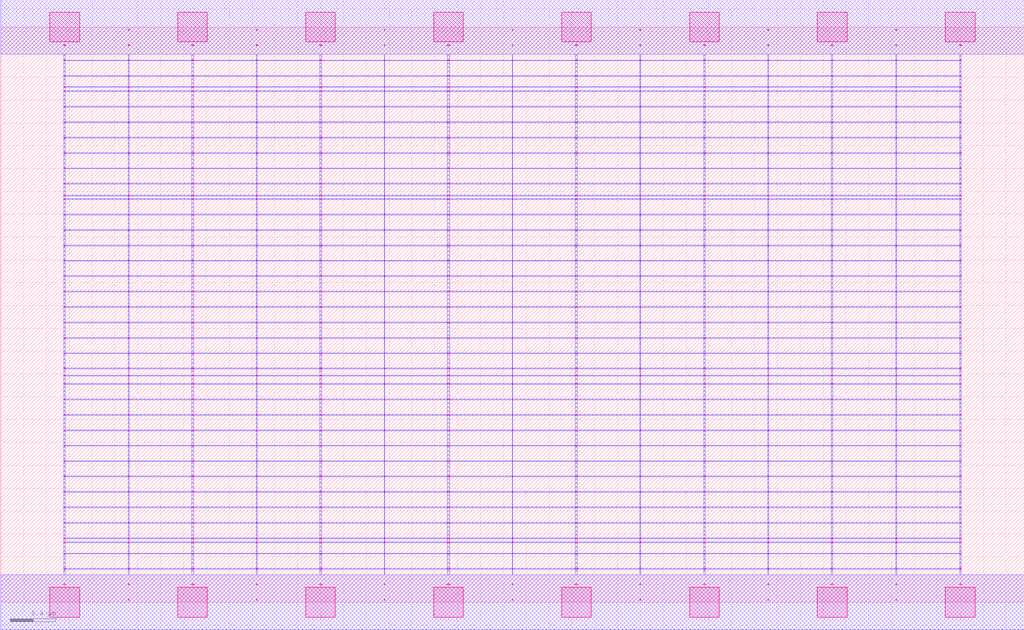
<source format=lef>
MACRO OOAI321_DEBUG
 CLASS CORE ;
 FOREIGN OOAI321_DEBUG 0 0 ;
 SIZE 8.96 BY 5.04 ;
 ORIGIN 0 0 ;
 SYMMETRY X Y R90 ;
 SITE unit ;

 OBS
    LAYER polycont ;
     RECT 6.71600000 0.15300000 6.72400000 0.16100000 ;
     RECT 6.71600000 0.28800000 6.72400000 0.29600000 ;
     RECT 6.71600000 0.42300000 6.72400000 0.43100000 ;
     RECT 6.71600000 0.52100000 6.72400000 0.52900000 ;
     RECT 6.71600000 0.55800000 6.72400000 0.56600000 ;
     RECT 6.71600000 0.69300000 6.72400000 0.70100000 ;
     RECT 6.71600000 0.82800000 6.72400000 0.83600000 ;
     RECT 6.71600000 0.96300000 6.72400000 0.97100000 ;
     RECT 6.71600000 1.09800000 6.72400000 1.10600000 ;
     RECT 6.71600000 1.23300000 6.72400000 1.24100000 ;
     RECT 6.71600000 1.36800000 6.72400000 1.37600000 ;
     RECT 6.71600000 1.50300000 6.72400000 1.51100000 ;
     RECT 6.71600000 1.63800000 6.72400000 1.64600000 ;
     RECT 6.71600000 1.77300000 6.72400000 1.78100000 ;
     RECT 6.71600000 1.90800000 6.72400000 1.91600000 ;
     RECT 6.71600000 1.98100000 6.72400000 1.98900000 ;
     RECT 6.71600000 2.04300000 6.72400000 2.05100000 ;
     RECT 6.71600000 2.17800000 6.72400000 2.18600000 ;
     RECT 6.71600000 2.31300000 6.72400000 2.32100000 ;
     RECT 6.71600000 2.44800000 6.72400000 2.45600000 ;
     RECT 0.55100000 2.58300000 0.56400000 2.59100000 ;
     RECT 1.11600000 2.58300000 1.12400000 2.59100000 ;
     RECT 1.67100000 2.58300000 1.68900000 2.59100000 ;
     RECT 2.23600000 2.58300000 2.24400000 2.59100000 ;
     RECT 2.79100000 2.58300000 2.80900000 2.59100000 ;
     RECT 3.35600000 2.58300000 3.36400000 2.59100000 ;
     RECT 3.91100000 2.58300000 3.92900000 2.59100000 ;
     RECT 4.47600000 2.58300000 4.48400000 2.59100000 ;
     RECT 5.03100000 2.58300000 5.04900000 2.59100000 ;
     RECT 5.59600000 2.58300000 5.60400000 2.59100000 ;
     RECT 6.15600000 2.58300000 6.16900000 2.59100000 ;
     RECT 6.71600000 2.58300000 6.72400000 2.59100000 ;
     RECT 7.27100000 2.58300000 7.28400000 2.59100000 ;
     RECT 7.83600000 2.58300000 7.84400000 2.59100000 ;
     RECT 8.39600000 2.58300000 8.40900000 2.59100000 ;
     RECT 0.55100000 2.71800000 0.56400000 2.72600000 ;
     RECT 1.11600000 2.71800000 1.12400000 2.72600000 ;
     RECT 1.67100000 2.71800000 1.68900000 2.72600000 ;
     RECT 2.23600000 2.71800000 2.24400000 2.72600000 ;
     RECT 2.79100000 2.71800000 2.80900000 2.72600000 ;
     RECT 3.35600000 2.71800000 3.36400000 2.72600000 ;
     RECT 3.91100000 2.71800000 3.92900000 2.72600000 ;
     RECT 4.47600000 2.71800000 4.48400000 2.72600000 ;
     RECT 5.03100000 2.71800000 5.04900000 2.72600000 ;
     RECT 5.59600000 2.71800000 5.60400000 2.72600000 ;
     RECT 6.15600000 2.71800000 6.16900000 2.72600000 ;
     RECT 6.71600000 2.71800000 6.72400000 2.72600000 ;
     RECT 7.27100000 2.71800000 7.28400000 2.72600000 ;
     RECT 7.83600000 2.71800000 7.84400000 2.72600000 ;
     RECT 8.39600000 2.71800000 8.40900000 2.72600000 ;
     RECT 0.55100000 2.85300000 0.56400000 2.86100000 ;
     RECT 1.11600000 2.85300000 1.12400000 2.86100000 ;
     RECT 1.67100000 2.85300000 1.68900000 2.86100000 ;
     RECT 2.23600000 2.85300000 2.24400000 2.86100000 ;
     RECT 2.79100000 2.85300000 2.80900000 2.86100000 ;
     RECT 3.35600000 2.85300000 3.36400000 2.86100000 ;
     RECT 3.91100000 2.85300000 3.92900000 2.86100000 ;
     RECT 4.47600000 2.85300000 4.48400000 2.86100000 ;
     RECT 5.03100000 2.85300000 5.04900000 2.86100000 ;
     RECT 5.59600000 2.85300000 5.60400000 2.86100000 ;
     RECT 6.15600000 2.85300000 6.16900000 2.86100000 ;
     RECT 6.71600000 2.85300000 6.72400000 2.86100000 ;
     RECT 7.27100000 2.85300000 7.28400000 2.86100000 ;
     RECT 7.83600000 2.85300000 7.84400000 2.86100000 ;
     RECT 8.39600000 2.85300000 8.40900000 2.86100000 ;
     RECT 0.55100000 2.98800000 0.56400000 2.99600000 ;
     RECT 1.11600000 2.98800000 1.12400000 2.99600000 ;
     RECT 1.67100000 2.98800000 1.68900000 2.99600000 ;
     RECT 2.23600000 2.98800000 2.24400000 2.99600000 ;
     RECT 2.79100000 2.98800000 2.80900000 2.99600000 ;
     RECT 3.35600000 2.98800000 3.36400000 2.99600000 ;
     RECT 3.91100000 2.98800000 3.92900000 2.99600000 ;
     RECT 4.47600000 2.98800000 4.48400000 2.99600000 ;
     RECT 5.03100000 2.98800000 5.04900000 2.99600000 ;
     RECT 5.59600000 2.98800000 5.60400000 2.99600000 ;
     RECT 6.15600000 2.98800000 6.16900000 2.99600000 ;
     RECT 6.71600000 2.98800000 6.72400000 2.99600000 ;
     RECT 7.27100000 2.98800000 7.28400000 2.99600000 ;
     RECT 7.83600000 2.98800000 7.84400000 2.99600000 ;
     RECT 8.39600000 2.98800000 8.40900000 2.99600000 ;
     RECT 6.71600000 3.12300000 6.72400000 3.13100000 ;
     RECT 6.71600000 3.25800000 6.72400000 3.26600000 ;
     RECT 6.71600000 3.39300000 6.72400000 3.40100000 ;
     RECT 6.71600000 3.52800000 6.72400000 3.53600000 ;
     RECT 6.71600000 3.56100000 6.72400000 3.56900000 ;
     RECT 6.71600000 3.66300000 6.72400000 3.67100000 ;
     RECT 6.71600000 3.79800000 6.72400000 3.80600000 ;
     RECT 6.71600000 3.93300000 6.72400000 3.94100000 ;
     RECT 6.71600000 4.06800000 6.72400000 4.07600000 ;
     RECT 6.71600000 4.20300000 6.72400000 4.21100000 ;
     RECT 6.71600000 4.33800000 6.72400000 4.34600000 ;
     RECT 6.71600000 4.47300000 6.72400000 4.48100000 ;
     RECT 6.71600000 4.51100000 6.72400000 4.51900000 ;
     RECT 6.71600000 4.60800000 6.72400000 4.61600000 ;
     RECT 6.71600000 4.74300000 6.72400000 4.75100000 ;
     RECT 6.71600000 4.87800000 6.72400000 4.88600000 ;

    LAYER pdiffc ;
     RECT 0.55100000 3.39300000 0.55900000 3.40100000 ;
     RECT 6.16100000 3.39300000 6.16900000 3.40100000 ;
     RECT 7.27100000 3.39300000 7.27900000 3.40100000 ;
     RECT 8.40100000 3.39300000 8.40900000 3.40100000 ;
     RECT 0.55100000 3.52800000 0.55900000 3.53600000 ;
     RECT 6.16100000 3.52800000 6.16900000 3.53600000 ;
     RECT 7.27100000 3.52800000 7.27900000 3.53600000 ;
     RECT 8.40100000 3.52800000 8.40900000 3.53600000 ;
     RECT 0.55100000 3.56100000 0.55900000 3.56900000 ;
     RECT 6.16100000 3.56100000 6.16900000 3.56900000 ;
     RECT 7.27100000 3.56100000 7.27900000 3.56900000 ;
     RECT 8.40100000 3.56100000 8.40900000 3.56900000 ;
     RECT 0.55100000 3.66300000 0.55900000 3.67100000 ;
     RECT 6.16100000 3.66300000 6.16900000 3.67100000 ;
     RECT 7.27100000 3.66300000 7.27900000 3.67100000 ;
     RECT 8.40100000 3.66300000 8.40900000 3.67100000 ;
     RECT 0.55100000 3.79800000 0.55900000 3.80600000 ;
     RECT 6.16100000 3.79800000 6.16900000 3.80600000 ;
     RECT 7.27100000 3.79800000 7.27900000 3.80600000 ;
     RECT 8.40100000 3.79800000 8.40900000 3.80600000 ;
     RECT 0.55100000 3.93300000 0.55900000 3.94100000 ;
     RECT 6.16100000 3.93300000 6.16900000 3.94100000 ;
     RECT 7.27100000 3.93300000 7.27900000 3.94100000 ;
     RECT 8.40100000 3.93300000 8.40900000 3.94100000 ;
     RECT 0.55100000 4.06800000 0.55900000 4.07600000 ;
     RECT 6.16100000 4.06800000 6.16900000 4.07600000 ;
     RECT 7.27100000 4.06800000 7.27900000 4.07600000 ;
     RECT 8.40100000 4.06800000 8.40900000 4.07600000 ;
     RECT 0.55100000 4.20300000 0.55900000 4.21100000 ;
     RECT 6.16100000 4.20300000 6.16900000 4.21100000 ;
     RECT 7.27100000 4.20300000 7.27900000 4.21100000 ;
     RECT 8.40100000 4.20300000 8.40900000 4.21100000 ;
     RECT 0.55100000 4.33800000 0.55900000 4.34600000 ;
     RECT 6.16100000 4.33800000 6.16900000 4.34600000 ;
     RECT 7.27100000 4.33800000 7.27900000 4.34600000 ;
     RECT 8.40100000 4.33800000 8.40900000 4.34600000 ;
     RECT 0.55100000 4.47300000 0.55900000 4.48100000 ;
     RECT 6.16100000 4.47300000 6.16900000 4.48100000 ;
     RECT 7.27100000 4.47300000 7.27900000 4.48100000 ;
     RECT 8.40100000 4.47300000 8.40900000 4.48100000 ;
     RECT 0.55100000 4.51100000 0.55900000 4.51900000 ;
     RECT 6.16100000 4.51100000 6.16900000 4.51900000 ;
     RECT 7.27100000 4.51100000 7.27900000 4.51900000 ;
     RECT 8.40100000 4.51100000 8.40900000 4.51900000 ;
     RECT 0.55100000 4.60800000 0.55900000 4.61600000 ;
     RECT 6.16100000 4.60800000 6.16900000 4.61600000 ;
     RECT 7.27100000 4.60800000 7.27900000 4.61600000 ;
     RECT 8.40100000 4.60800000 8.40900000 4.61600000 ;

    LAYER ndiffc ;
     RECT 5.03100000 0.42300000 5.04900000 0.43100000 ;
     RECT 6.15600000 0.42300000 6.16900000 0.43100000 ;
     RECT 7.27100000 0.42300000 7.28400000 0.43100000 ;
     RECT 8.39600000 0.42300000 8.40900000 0.43100000 ;
     RECT 5.03100000 0.52100000 5.04900000 0.52900000 ;
     RECT 6.15600000 0.52100000 6.16900000 0.52900000 ;
     RECT 7.27100000 0.52100000 7.28400000 0.52900000 ;
     RECT 8.39600000 0.52100000 8.40900000 0.52900000 ;
     RECT 5.03100000 0.55800000 5.04900000 0.56600000 ;
     RECT 6.15600000 0.55800000 6.16900000 0.56600000 ;
     RECT 7.27100000 0.55800000 7.28400000 0.56600000 ;
     RECT 8.39600000 0.55800000 8.40900000 0.56600000 ;
     RECT 5.03100000 0.69300000 5.04900000 0.70100000 ;
     RECT 6.15600000 0.69300000 6.16900000 0.70100000 ;
     RECT 7.27100000 0.69300000 7.28400000 0.70100000 ;
     RECT 8.39600000 0.69300000 8.40900000 0.70100000 ;
     RECT 5.03100000 0.82800000 5.04900000 0.83600000 ;
     RECT 6.15600000 0.82800000 6.16900000 0.83600000 ;
     RECT 7.27100000 0.82800000 7.28400000 0.83600000 ;
     RECT 8.39600000 0.82800000 8.40900000 0.83600000 ;
     RECT 5.03100000 0.96300000 5.04900000 0.97100000 ;
     RECT 6.15600000 0.96300000 6.16900000 0.97100000 ;
     RECT 7.27100000 0.96300000 7.28400000 0.97100000 ;
     RECT 8.39600000 0.96300000 8.40900000 0.97100000 ;
     RECT 5.03100000 1.09800000 5.04900000 1.10600000 ;
     RECT 6.15600000 1.09800000 6.16900000 1.10600000 ;
     RECT 7.27100000 1.09800000 7.28400000 1.10600000 ;
     RECT 8.39600000 1.09800000 8.40900000 1.10600000 ;
     RECT 5.03100000 1.23300000 5.04900000 1.24100000 ;
     RECT 6.15600000 1.23300000 6.16900000 1.24100000 ;
     RECT 7.27100000 1.23300000 7.28400000 1.24100000 ;
     RECT 8.39600000 1.23300000 8.40900000 1.24100000 ;
     RECT 5.03100000 1.36800000 5.04900000 1.37600000 ;
     RECT 6.15600000 1.36800000 6.16900000 1.37600000 ;
     RECT 7.27100000 1.36800000 7.28400000 1.37600000 ;
     RECT 8.39600000 1.36800000 8.40900000 1.37600000 ;
     RECT 5.03100000 1.50300000 5.04900000 1.51100000 ;
     RECT 6.15600000 1.50300000 6.16900000 1.51100000 ;
     RECT 7.27100000 1.50300000 7.28400000 1.51100000 ;
     RECT 8.39600000 1.50300000 8.40900000 1.51100000 ;
     RECT 5.03100000 1.63800000 5.04900000 1.64600000 ;
     RECT 6.15600000 1.63800000 6.16900000 1.64600000 ;
     RECT 7.27100000 1.63800000 7.28400000 1.64600000 ;
     RECT 8.39600000 1.63800000 8.40900000 1.64600000 ;
     RECT 5.03100000 1.77300000 5.04900000 1.78100000 ;
     RECT 6.15600000 1.77300000 6.16900000 1.78100000 ;
     RECT 7.27100000 1.77300000 7.28400000 1.78100000 ;
     RECT 8.39600000 1.77300000 8.40900000 1.78100000 ;
     RECT 5.03100000 1.90800000 5.04900000 1.91600000 ;
     RECT 6.15600000 1.90800000 6.16900000 1.91600000 ;
     RECT 7.27100000 1.90800000 7.28400000 1.91600000 ;
     RECT 8.39600000 1.90800000 8.40900000 1.91600000 ;
     RECT 5.03100000 1.98100000 5.04900000 1.98900000 ;
     RECT 6.15600000 1.98100000 6.16900000 1.98900000 ;
     RECT 7.27100000 1.98100000 7.28400000 1.98900000 ;
     RECT 8.39600000 1.98100000 8.40900000 1.98900000 ;
     RECT 5.03100000 2.04300000 5.04900000 2.05100000 ;
     RECT 6.15600000 2.04300000 6.16900000 2.05100000 ;
     RECT 7.27100000 2.04300000 7.28400000 2.05100000 ;
     RECT 8.39600000 2.04300000 8.40900000 2.05100000 ;
     RECT 0.55100000 0.42300000 0.56400000 0.43100000 ;
     RECT 1.67100000 0.42300000 1.68900000 0.43100000 ;
     RECT 2.79100000 0.42300000 2.80900000 0.43100000 ;
     RECT 3.91100000 0.42300000 3.92900000 0.43100000 ;
     RECT 0.55100000 1.36800000 0.56400000 1.37600000 ;
     RECT 1.67100000 1.36800000 1.68900000 1.37600000 ;
     RECT 2.79100000 1.36800000 2.80900000 1.37600000 ;
     RECT 3.91100000 1.36800000 3.92900000 1.37600000 ;
     RECT 0.55100000 0.82800000 0.56400000 0.83600000 ;
     RECT 1.67100000 0.82800000 1.68900000 0.83600000 ;
     RECT 2.79100000 0.82800000 2.80900000 0.83600000 ;
     RECT 3.91100000 0.82800000 3.92900000 0.83600000 ;
     RECT 0.55100000 1.50300000 0.56400000 1.51100000 ;
     RECT 1.67100000 1.50300000 1.68900000 1.51100000 ;
     RECT 2.79100000 1.50300000 2.80900000 1.51100000 ;
     RECT 3.91100000 1.50300000 3.92900000 1.51100000 ;
     RECT 0.55100000 0.55800000 0.56400000 0.56600000 ;
     RECT 1.67100000 0.55800000 1.68900000 0.56600000 ;
     RECT 2.79100000 0.55800000 2.80900000 0.56600000 ;
     RECT 3.91100000 0.55800000 3.92900000 0.56600000 ;
     RECT 0.55100000 1.63800000 0.56400000 1.64600000 ;
     RECT 1.67100000 1.63800000 1.68900000 1.64600000 ;
     RECT 2.79100000 1.63800000 2.80900000 1.64600000 ;
     RECT 3.91100000 1.63800000 3.92900000 1.64600000 ;
     RECT 0.55100000 0.96300000 0.56400000 0.97100000 ;
     RECT 1.67100000 0.96300000 1.68900000 0.97100000 ;
     RECT 2.79100000 0.96300000 2.80900000 0.97100000 ;
     RECT 3.91100000 0.96300000 3.92900000 0.97100000 ;
     RECT 0.55100000 1.77300000 0.56400000 1.78100000 ;
     RECT 1.67100000 1.77300000 1.68900000 1.78100000 ;
     RECT 2.79100000 1.77300000 2.80900000 1.78100000 ;
     RECT 3.91100000 1.77300000 3.92900000 1.78100000 ;
     RECT 0.55100000 0.52100000 0.56400000 0.52900000 ;
     RECT 1.67100000 0.52100000 1.68900000 0.52900000 ;
     RECT 2.79100000 0.52100000 2.80900000 0.52900000 ;
     RECT 3.91100000 0.52100000 3.92900000 0.52900000 ;
     RECT 0.55100000 1.90800000 0.56400000 1.91600000 ;
     RECT 1.67100000 1.90800000 1.68900000 1.91600000 ;
     RECT 2.79100000 1.90800000 2.80900000 1.91600000 ;
     RECT 3.91100000 1.90800000 3.92900000 1.91600000 ;
     RECT 0.55100000 1.09800000 0.56400000 1.10600000 ;
     RECT 1.67100000 1.09800000 1.68900000 1.10600000 ;
     RECT 2.79100000 1.09800000 2.80900000 1.10600000 ;
     RECT 3.91100000 1.09800000 3.92900000 1.10600000 ;
     RECT 0.55100000 1.98100000 0.56400000 1.98900000 ;
     RECT 1.67100000 1.98100000 1.68900000 1.98900000 ;
     RECT 2.79100000 1.98100000 2.80900000 1.98900000 ;
     RECT 3.91100000 1.98100000 3.92900000 1.98900000 ;
     RECT 0.55100000 0.69300000 0.56400000 0.70100000 ;
     RECT 1.67100000 0.69300000 1.68900000 0.70100000 ;
     RECT 2.79100000 0.69300000 2.80900000 0.70100000 ;
     RECT 3.91100000 0.69300000 3.92900000 0.70100000 ;
     RECT 0.55100000 2.04300000 0.56400000 2.05100000 ;
     RECT 1.67100000 2.04300000 1.68900000 2.05100000 ;
     RECT 2.79100000 2.04300000 2.80900000 2.05100000 ;
     RECT 3.91100000 2.04300000 3.92900000 2.05100000 ;
     RECT 0.55100000 1.23300000 0.56400000 1.24100000 ;
     RECT 1.67100000 1.23300000 1.68900000 1.24100000 ;
     RECT 2.79100000 1.23300000 2.80900000 1.24100000 ;
     RECT 3.91100000 1.23300000 3.92900000 1.24100000 ;

    LAYER met1 ;
     RECT 0.00000000 -0.24000000 8.96000000 0.24000000 ;
     RECT 4.47600000 0.24000000 4.48400000 0.28800000 ;
     RECT 0.55100000 0.28800000 8.40900000 0.29600000 ;
     RECT 4.47600000 0.29600000 4.48400000 0.42300000 ;
     RECT 0.55100000 0.42300000 8.40900000 0.43100000 ;
     RECT 4.47600000 0.43100000 4.48400000 0.52100000 ;
     RECT 0.55100000 0.52100000 8.40900000 0.52900000 ;
     RECT 4.47600000 0.52900000 4.48400000 0.55800000 ;
     RECT 0.55100000 0.55800000 8.40900000 0.56600000 ;
     RECT 4.47600000 0.56600000 4.48400000 0.69300000 ;
     RECT 0.55100000 0.69300000 8.40900000 0.70100000 ;
     RECT 4.47600000 0.70100000 4.48400000 0.82800000 ;
     RECT 0.55100000 0.82800000 8.40900000 0.83600000 ;
     RECT 4.47600000 0.83600000 4.48400000 0.96300000 ;
     RECT 0.55100000 0.96300000 8.40900000 0.97100000 ;
     RECT 4.47600000 0.97100000 4.48400000 1.09800000 ;
     RECT 0.55100000 1.09800000 8.40900000 1.10600000 ;
     RECT 4.47600000 1.10600000 4.48400000 1.23300000 ;
     RECT 0.55100000 1.23300000 8.40900000 1.24100000 ;
     RECT 4.47600000 1.24100000 4.48400000 1.36800000 ;
     RECT 0.55100000 1.36800000 8.40900000 1.37600000 ;
     RECT 4.47600000 1.37600000 4.48400000 1.50300000 ;
     RECT 0.55100000 1.50300000 8.40900000 1.51100000 ;
     RECT 4.47600000 1.51100000 4.48400000 1.63800000 ;
     RECT 0.55100000 1.63800000 8.40900000 1.64600000 ;
     RECT 4.47600000 1.64600000 4.48400000 1.77300000 ;
     RECT 0.55100000 1.77300000 8.40900000 1.78100000 ;
     RECT 4.47600000 1.78100000 4.48400000 1.90800000 ;
     RECT 0.55100000 1.90800000 8.40900000 1.91600000 ;
     RECT 4.47600000 1.91600000 4.48400000 1.98100000 ;
     RECT 0.55100000 1.98100000 8.40900000 1.98900000 ;
     RECT 4.47600000 1.98900000 4.48400000 2.04300000 ;
     RECT 0.55100000 2.04300000 8.40900000 2.05100000 ;
     RECT 4.47600000 2.05100000 4.48400000 2.17800000 ;
     RECT 0.55100000 2.17800000 8.40900000 2.18600000 ;
     RECT 4.47600000 2.18600000 4.48400000 2.31300000 ;
     RECT 0.55100000 2.31300000 8.40900000 2.32100000 ;
     RECT 4.47600000 2.32100000 4.48400000 2.44800000 ;
     RECT 0.55100000 2.44800000 8.40900000 2.45600000 ;
     RECT 0.55100000 2.45600000 0.56400000 2.58300000 ;
     RECT 1.11600000 2.45600000 1.12400000 2.58300000 ;
     RECT 1.67100000 2.45600000 1.68900000 2.58300000 ;
     RECT 2.23600000 2.45600000 2.24400000 2.58300000 ;
     RECT 2.79100000 2.45600000 2.80900000 2.58300000 ;
     RECT 3.35600000 2.45600000 3.36400000 2.58300000 ;
     RECT 3.91100000 2.45600000 3.92900000 2.58300000 ;
     RECT 4.47600000 2.45600000 4.48400000 2.58300000 ;
     RECT 5.03100000 2.45600000 5.04900000 2.58300000 ;
     RECT 5.59600000 2.45600000 5.60400000 2.58300000 ;
     RECT 6.15600000 2.45600000 6.16900000 2.58300000 ;
     RECT 6.71600000 2.45600000 6.72400000 2.58300000 ;
     RECT 7.27100000 2.45600000 7.28400000 2.58300000 ;
     RECT 7.83600000 2.45600000 7.84400000 2.58300000 ;
     RECT 8.39600000 2.45600000 8.40900000 2.58300000 ;
     RECT 0.55100000 2.58300000 8.40900000 2.59100000 ;
     RECT 4.47600000 2.59100000 4.48400000 2.71800000 ;
     RECT 0.55100000 2.71800000 8.40900000 2.72600000 ;
     RECT 4.47600000 2.72600000 4.48400000 2.85300000 ;
     RECT 0.55100000 2.85300000 8.40900000 2.86100000 ;
     RECT 4.47600000 2.86100000 4.48400000 2.98800000 ;
     RECT 0.55100000 2.98800000 8.40900000 2.99600000 ;
     RECT 4.47600000 2.99600000 4.48400000 3.12300000 ;
     RECT 0.55100000 3.12300000 8.40900000 3.13100000 ;
     RECT 4.47600000 3.13100000 4.48400000 3.25800000 ;
     RECT 0.55100000 3.25800000 8.40900000 3.26600000 ;
     RECT 4.47600000 3.26600000 4.48400000 3.39300000 ;
     RECT 0.55100000 3.39300000 8.40900000 3.40100000 ;
     RECT 4.47600000 3.40100000 4.48400000 3.52800000 ;
     RECT 0.55100000 3.52800000 8.40900000 3.53600000 ;
     RECT 4.47600000 3.53600000 4.48400000 3.56100000 ;
     RECT 0.55100000 3.56100000 8.40900000 3.56900000 ;
     RECT 4.47600000 3.56900000 4.48400000 3.66300000 ;
     RECT 0.55100000 3.66300000 8.40900000 3.67100000 ;
     RECT 4.47600000 3.67100000 4.48400000 3.79800000 ;
     RECT 0.55100000 3.79800000 8.40900000 3.80600000 ;
     RECT 4.47600000 3.80600000 4.48400000 3.93300000 ;
     RECT 0.55100000 3.93300000 8.40900000 3.94100000 ;
     RECT 4.47600000 3.94100000 4.48400000 4.06800000 ;
     RECT 0.55100000 4.06800000 8.40900000 4.07600000 ;
     RECT 4.47600000 4.07600000 4.48400000 4.20300000 ;
     RECT 0.55100000 4.20300000 8.40900000 4.21100000 ;
     RECT 4.47600000 4.21100000 4.48400000 4.33800000 ;
     RECT 0.55100000 4.33800000 8.40900000 4.34600000 ;
     RECT 4.47600000 4.34600000 4.48400000 4.47300000 ;
     RECT 0.55100000 4.47300000 8.40900000 4.48100000 ;
     RECT 4.47600000 4.48100000 4.48400000 4.51100000 ;
     RECT 0.55100000 4.51100000 8.40900000 4.51900000 ;
     RECT 4.47600000 4.51900000 4.48400000 4.60800000 ;
     RECT 0.55100000 4.60800000 8.40900000 4.61600000 ;
     RECT 4.47600000 4.61600000 4.48400000 4.74300000 ;
     RECT 0.55100000 4.74300000 8.40900000 4.75100000 ;
     RECT 4.47600000 4.75100000 4.48400000 4.80000000 ;
     RECT 0.00000000 4.80000000 8.96000000 5.28000000 ;
     RECT 6.71600000 3.13100000 6.72400000 3.25800000 ;
     RECT 6.71600000 3.26600000 6.72400000 3.39300000 ;
     RECT 6.71600000 3.40100000 6.72400000 3.52800000 ;
     RECT 6.71600000 2.72600000 6.72400000 2.85300000 ;
     RECT 6.71600000 3.53600000 6.72400000 3.56100000 ;
     RECT 6.71600000 3.56900000 6.72400000 3.66300000 ;
     RECT 6.71600000 2.59100000 6.72400000 2.71800000 ;
     RECT 6.71600000 3.67100000 6.72400000 3.79800000 ;
     RECT 5.03100000 3.80600000 5.04900000 3.93300000 ;
     RECT 5.59600000 3.80600000 5.60400000 3.93300000 ;
     RECT 6.15600000 3.80600000 6.16900000 3.93300000 ;
     RECT 6.71600000 3.80600000 6.72400000 3.93300000 ;
     RECT 7.27100000 3.80600000 7.28400000 3.93300000 ;
     RECT 7.83600000 3.80600000 7.84400000 3.93300000 ;
     RECT 8.39600000 3.80600000 8.40900000 3.93300000 ;
     RECT 6.71600000 2.86100000 6.72400000 2.98800000 ;
     RECT 6.71600000 3.94100000 6.72400000 4.06800000 ;
     RECT 6.71600000 4.07600000 6.72400000 4.20300000 ;
     RECT 6.71600000 4.21100000 6.72400000 4.33800000 ;
     RECT 6.71600000 4.34600000 6.72400000 4.47300000 ;
     RECT 6.71600000 4.48100000 6.72400000 4.51100000 ;
     RECT 6.71600000 2.99600000 6.72400000 3.12300000 ;
     RECT 6.71600000 4.51900000 6.72400000 4.60800000 ;
     RECT 6.71600000 4.61600000 6.72400000 4.74300000 ;
     RECT 6.71600000 4.75100000 6.72400000 4.80000000 ;
     RECT 7.27100000 4.21100000 7.28400000 4.33800000 ;
     RECT 7.83600000 4.21100000 7.84400000 4.33800000 ;
     RECT 8.39600000 4.21100000 8.40900000 4.33800000 ;
     RECT 8.39600000 3.94100000 8.40900000 4.06800000 ;
     RECT 7.27100000 4.34600000 7.28400000 4.47300000 ;
     RECT 7.83600000 4.34600000 7.84400000 4.47300000 ;
     RECT 8.39600000 4.34600000 8.40900000 4.47300000 ;
     RECT 7.27100000 3.94100000 7.28400000 4.06800000 ;
     RECT 7.27100000 4.48100000 7.28400000 4.51100000 ;
     RECT 7.83600000 4.48100000 7.84400000 4.51100000 ;
     RECT 8.39600000 4.48100000 8.40900000 4.51100000 ;
     RECT 7.27100000 4.07600000 7.28400000 4.20300000 ;
     RECT 7.83600000 4.07600000 7.84400000 4.20300000 ;
     RECT 7.27100000 4.51900000 7.28400000 4.60800000 ;
     RECT 7.83600000 4.51900000 7.84400000 4.60800000 ;
     RECT 8.39600000 4.51900000 8.40900000 4.60800000 ;
     RECT 8.39600000 4.07600000 8.40900000 4.20300000 ;
     RECT 7.27100000 4.61600000 7.28400000 4.74300000 ;
     RECT 7.83600000 4.61600000 7.84400000 4.74300000 ;
     RECT 8.39600000 4.61600000 8.40900000 4.74300000 ;
     RECT 7.83600000 3.94100000 7.84400000 4.06800000 ;
     RECT 7.27100000 4.75100000 7.28400000 4.80000000 ;
     RECT 7.83600000 4.75100000 7.84400000 4.80000000 ;
     RECT 8.39600000 4.75100000 8.40900000 4.80000000 ;
     RECT 6.15600000 4.07600000 6.16900000 4.20300000 ;
     RECT 5.59600000 3.94100000 5.60400000 4.06800000 ;
     RECT 6.15600000 3.94100000 6.16900000 4.06800000 ;
     RECT 5.03100000 4.51900000 5.04900000 4.60800000 ;
     RECT 5.59600000 4.51900000 5.60400000 4.60800000 ;
     RECT 6.15600000 4.51900000 6.16900000 4.60800000 ;
     RECT 5.03100000 4.34600000 5.04900000 4.47300000 ;
     RECT 5.59600000 4.34600000 5.60400000 4.47300000 ;
     RECT 6.15600000 4.34600000 6.16900000 4.47300000 ;
     RECT 5.03100000 3.94100000 5.04900000 4.06800000 ;
     RECT 5.03100000 4.61600000 5.04900000 4.74300000 ;
     RECT 5.59600000 4.61600000 5.60400000 4.74300000 ;
     RECT 6.15600000 4.61600000 6.16900000 4.74300000 ;
     RECT 5.03100000 4.07600000 5.04900000 4.20300000 ;
     RECT 5.03100000 4.21100000 5.04900000 4.33800000 ;
     RECT 5.59600000 4.21100000 5.60400000 4.33800000 ;
     RECT 5.03100000 4.48100000 5.04900000 4.51100000 ;
     RECT 5.03100000 4.75100000 5.04900000 4.80000000 ;
     RECT 5.59600000 4.75100000 5.60400000 4.80000000 ;
     RECT 6.15600000 4.75100000 6.16900000 4.80000000 ;
     RECT 5.59600000 4.48100000 5.60400000 4.51100000 ;
     RECT 6.15600000 4.48100000 6.16900000 4.51100000 ;
     RECT 6.15600000 4.21100000 6.16900000 4.33800000 ;
     RECT 5.59600000 4.07600000 5.60400000 4.20300000 ;
     RECT 5.03100000 3.56900000 5.04900000 3.66300000 ;
     RECT 5.59600000 3.56900000 5.60400000 3.66300000 ;
     RECT 6.15600000 3.56900000 6.16900000 3.66300000 ;
     RECT 5.03100000 3.26600000 5.04900000 3.39300000 ;
     RECT 6.15600000 2.59100000 6.16900000 2.71800000 ;
     RECT 5.59600000 3.26600000 5.60400000 3.39300000 ;
     RECT 5.03100000 3.67100000 5.04900000 3.79800000 ;
     RECT 5.59600000 3.67100000 5.60400000 3.79800000 ;
     RECT 6.15600000 3.67100000 6.16900000 3.79800000 ;
     RECT 6.15600000 3.26600000 6.16900000 3.39300000 ;
     RECT 5.03100000 2.86100000 5.04900000 2.98800000 ;
     RECT 5.59600000 2.86100000 5.60400000 2.98800000 ;
     RECT 6.15600000 3.13100000 6.16900000 3.25800000 ;
     RECT 5.59600000 2.72600000 5.60400000 2.85300000 ;
     RECT 6.15600000 2.72600000 6.16900000 2.85300000 ;
     RECT 5.03100000 3.40100000 5.04900000 3.52800000 ;
     RECT 5.59600000 3.40100000 5.60400000 3.52800000 ;
     RECT 5.03100000 2.99600000 5.04900000 3.12300000 ;
     RECT 6.15600000 3.40100000 6.16900000 3.52800000 ;
     RECT 5.59600000 3.13100000 5.60400000 3.25800000 ;
     RECT 6.15600000 2.86100000 6.16900000 2.98800000 ;
     RECT 5.03100000 2.59100000 5.04900000 2.71800000 ;
     RECT 5.59600000 2.59100000 5.60400000 2.71800000 ;
     RECT 5.03100000 3.53600000 5.04900000 3.56100000 ;
     RECT 5.59600000 3.53600000 5.60400000 3.56100000 ;
     RECT 6.15600000 3.53600000 6.16900000 3.56100000 ;
     RECT 5.59600000 2.99600000 5.60400000 3.12300000 ;
     RECT 6.15600000 2.99600000 6.16900000 3.12300000 ;
     RECT 5.03100000 2.72600000 5.04900000 2.85300000 ;
     RECT 5.03100000 3.13100000 5.04900000 3.25800000 ;
     RECT 7.83600000 2.72600000 7.84400000 2.85300000 ;
     RECT 8.39600000 2.86100000 8.40900000 2.98800000 ;
     RECT 7.27100000 2.59100000 7.28400000 2.71800000 ;
     RECT 7.27100000 2.99600000 7.28400000 3.12300000 ;
     RECT 8.39600000 2.72600000 8.40900000 2.85300000 ;
     RECT 8.39600000 3.26600000 8.40900000 3.39300000 ;
     RECT 7.27100000 3.40100000 7.28400000 3.52800000 ;
     RECT 7.83600000 3.40100000 7.84400000 3.52800000 ;
     RECT 8.39600000 3.40100000 8.40900000 3.52800000 ;
     RECT 7.27100000 3.56900000 7.28400000 3.66300000 ;
     RECT 7.83600000 3.56900000 7.84400000 3.66300000 ;
     RECT 7.83600000 2.99600000 7.84400000 3.12300000 ;
     RECT 8.39600000 2.99600000 8.40900000 3.12300000 ;
     RECT 7.83600000 2.59100000 7.84400000 2.71800000 ;
     RECT 8.39600000 3.56900000 8.40900000 3.66300000 ;
     RECT 7.27100000 3.13100000 7.28400000 3.25800000 ;
     RECT 7.27100000 2.72600000 7.28400000 2.85300000 ;
     RECT 7.83600000 3.13100000 7.84400000 3.25800000 ;
     RECT 8.39600000 3.13100000 8.40900000 3.25800000 ;
     RECT 7.27100000 3.26600000 7.28400000 3.39300000 ;
     RECT 8.39600000 2.59100000 8.40900000 2.71800000 ;
     RECT 7.83600000 3.26600000 7.84400000 3.39300000 ;
     RECT 7.27100000 2.86100000 7.28400000 2.98800000 ;
     RECT 7.83600000 2.86100000 7.84400000 2.98800000 ;
     RECT 7.27100000 3.67100000 7.28400000 3.79800000 ;
     RECT 7.83600000 3.67100000 7.84400000 3.79800000 ;
     RECT 8.39600000 3.67100000 8.40900000 3.79800000 ;
     RECT 7.27100000 3.53600000 7.28400000 3.56100000 ;
     RECT 7.83600000 3.53600000 7.84400000 3.56100000 ;
     RECT 8.39600000 3.53600000 8.40900000 3.56100000 ;
     RECT 2.23600000 3.94100000 2.24400000 4.06800000 ;
     RECT 2.23600000 3.40100000 2.24400000 3.52800000 ;
     RECT 2.23600000 4.07600000 2.24400000 4.20300000 ;
     RECT 2.23600000 3.53600000 2.24400000 3.56100000 ;
     RECT 2.23600000 4.21100000 2.24400000 4.33800000 ;
     RECT 2.23600000 2.86100000 2.24400000 2.98800000 ;
     RECT 2.23600000 3.13100000 2.24400000 3.25800000 ;
     RECT 2.23600000 4.34600000 2.24400000 4.47300000 ;
     RECT 2.23600000 3.56900000 2.24400000 3.66300000 ;
     RECT 2.23600000 4.48100000 2.24400000 4.51100000 ;
     RECT 2.23600000 2.72600000 2.24400000 2.85300000 ;
     RECT 2.23600000 4.51900000 2.24400000 4.60800000 ;
     RECT 2.23600000 3.67100000 2.24400000 3.79800000 ;
     RECT 2.23600000 4.61600000 2.24400000 4.74300000 ;
     RECT 2.23600000 3.26600000 2.24400000 3.39300000 ;
     RECT 2.23600000 2.59100000 2.24400000 2.71800000 ;
     RECT 0.55100000 3.80600000 0.56400000 3.93300000 ;
     RECT 1.11600000 3.80600000 1.12400000 3.93300000 ;
     RECT 2.23600000 4.75100000 2.24400000 4.80000000 ;
     RECT 1.67100000 3.80600000 1.68900000 3.93300000 ;
     RECT 2.23600000 3.80600000 2.24400000 3.93300000 ;
     RECT 2.79100000 3.80600000 2.80900000 3.93300000 ;
     RECT 3.35600000 3.80600000 3.36400000 3.93300000 ;
     RECT 3.91100000 3.80600000 3.92900000 3.93300000 ;
     RECT 2.23600000 2.99600000 2.24400000 3.12300000 ;
     RECT 2.79100000 3.94100000 2.80900000 4.06800000 ;
     RECT 2.79100000 4.21100000 2.80900000 4.33800000 ;
     RECT 2.79100000 4.51900000 2.80900000 4.60800000 ;
     RECT 3.35600000 4.51900000 3.36400000 4.60800000 ;
     RECT 3.91100000 4.51900000 3.92900000 4.60800000 ;
     RECT 3.35600000 4.21100000 3.36400000 4.33800000 ;
     RECT 3.91100000 4.21100000 3.92900000 4.33800000 ;
     RECT 2.79100000 4.61600000 2.80900000 4.74300000 ;
     RECT 3.35600000 4.61600000 3.36400000 4.74300000 ;
     RECT 3.91100000 4.61600000 3.92900000 4.74300000 ;
     RECT 3.35600000 3.94100000 3.36400000 4.06800000 ;
     RECT 2.79100000 4.07600000 2.80900000 4.20300000 ;
     RECT 3.35600000 4.07600000 3.36400000 4.20300000 ;
     RECT 2.79100000 4.34600000 2.80900000 4.47300000 ;
     RECT 3.35600000 4.34600000 3.36400000 4.47300000 ;
     RECT 2.79100000 4.75100000 2.80900000 4.80000000 ;
     RECT 3.35600000 4.75100000 3.36400000 4.80000000 ;
     RECT 3.91100000 4.75100000 3.92900000 4.80000000 ;
     RECT 3.91100000 4.34600000 3.92900000 4.47300000 ;
     RECT 3.91100000 4.07600000 3.92900000 4.20300000 ;
     RECT 3.91100000 3.94100000 3.92900000 4.06800000 ;
     RECT 2.79100000 4.48100000 2.80900000 4.51100000 ;
     RECT 3.35600000 4.48100000 3.36400000 4.51100000 ;
     RECT 3.91100000 4.48100000 3.92900000 4.51100000 ;
     RECT 0.55100000 4.61600000 0.56400000 4.74300000 ;
     RECT 1.11600000 4.61600000 1.12400000 4.74300000 ;
     RECT 1.67100000 4.61600000 1.68900000 4.74300000 ;
     RECT 1.67100000 4.07600000 1.68900000 4.20300000 ;
     RECT 1.67100000 3.94100000 1.68900000 4.06800000 ;
     RECT 0.55100000 4.48100000 0.56400000 4.51100000 ;
     RECT 1.11600000 4.48100000 1.12400000 4.51100000 ;
     RECT 1.67100000 4.48100000 1.68900000 4.51100000 ;
     RECT 0.55100000 3.94100000 0.56400000 4.06800000 ;
     RECT 1.11600000 3.94100000 1.12400000 4.06800000 ;
     RECT 0.55100000 4.07600000 0.56400000 4.20300000 ;
     RECT 0.55100000 4.75100000 0.56400000 4.80000000 ;
     RECT 1.11600000 4.75100000 1.12400000 4.80000000 ;
     RECT 1.67100000 4.75100000 1.68900000 4.80000000 ;
     RECT 1.11600000 4.07600000 1.12400000 4.20300000 ;
     RECT 0.55100000 4.34600000 0.56400000 4.47300000 ;
     RECT 0.55100000 4.51900000 0.56400000 4.60800000 ;
     RECT 1.11600000 4.51900000 1.12400000 4.60800000 ;
     RECT 1.67100000 4.51900000 1.68900000 4.60800000 ;
     RECT 1.11600000 4.34600000 1.12400000 4.47300000 ;
     RECT 1.67100000 4.34600000 1.68900000 4.47300000 ;
     RECT 0.55100000 4.21100000 0.56400000 4.33800000 ;
     RECT 1.11600000 4.21100000 1.12400000 4.33800000 ;
     RECT 1.67100000 4.21100000 1.68900000 4.33800000 ;
     RECT 0.55100000 3.56900000 0.56400000 3.66300000 ;
     RECT 1.11600000 3.26600000 1.12400000 3.39300000 ;
     RECT 1.67100000 3.26600000 1.68900000 3.39300000 ;
     RECT 1.11600000 3.56900000 1.12400000 3.66300000 ;
     RECT 1.67100000 3.56900000 1.68900000 3.66300000 ;
     RECT 0.55100000 2.72600000 0.56400000 2.85300000 ;
     RECT 1.67100000 3.40100000 1.68900000 3.52800000 ;
     RECT 1.11600000 2.72600000 1.12400000 2.85300000 ;
     RECT 0.55100000 2.86100000 0.56400000 2.98800000 ;
     RECT 1.11600000 2.86100000 1.12400000 2.98800000 ;
     RECT 0.55100000 3.13100000 0.56400000 3.25800000 ;
     RECT 1.11600000 3.13100000 1.12400000 3.25800000 ;
     RECT 1.67100000 3.13100000 1.68900000 3.25800000 ;
     RECT 1.67100000 2.72600000 1.68900000 2.85300000 ;
     RECT 1.67100000 2.86100000 1.68900000 2.98800000 ;
     RECT 1.67100000 2.59100000 1.68900000 2.71800000 ;
     RECT 0.55100000 3.26600000 0.56400000 3.39300000 ;
     RECT 0.55100000 3.53600000 0.56400000 3.56100000 ;
     RECT 1.11600000 3.53600000 1.12400000 3.56100000 ;
     RECT 1.67100000 3.53600000 1.68900000 3.56100000 ;
     RECT 0.55100000 3.40100000 0.56400000 3.52800000 ;
     RECT 1.11600000 3.40100000 1.12400000 3.52800000 ;
     RECT 0.55100000 2.59100000 0.56400000 2.71800000 ;
     RECT 1.11600000 2.59100000 1.12400000 2.71800000 ;
     RECT 0.55100000 3.67100000 0.56400000 3.79800000 ;
     RECT 1.11600000 3.67100000 1.12400000 3.79800000 ;
     RECT 0.55100000 2.99600000 0.56400000 3.12300000 ;
     RECT 1.11600000 2.99600000 1.12400000 3.12300000 ;
     RECT 1.67100000 2.99600000 1.68900000 3.12300000 ;
     RECT 1.67100000 3.67100000 1.68900000 3.79800000 ;
     RECT 3.91100000 3.40100000 3.92900000 3.52800000 ;
     RECT 3.91100000 3.13100000 3.92900000 3.25800000 ;
     RECT 2.79100000 2.72600000 2.80900000 2.85300000 ;
     RECT 3.35600000 2.72600000 3.36400000 2.85300000 ;
     RECT 3.91100000 2.72600000 3.92900000 2.85300000 ;
     RECT 2.79100000 2.86100000 2.80900000 2.98800000 ;
     RECT 2.79100000 3.26600000 2.80900000 3.39300000 ;
     RECT 3.35600000 3.26600000 3.36400000 3.39300000 ;
     RECT 3.91100000 3.26600000 3.92900000 3.39300000 ;
     RECT 3.91100000 2.99600000 3.92900000 3.12300000 ;
     RECT 2.79100000 2.59100000 2.80900000 2.71800000 ;
     RECT 3.35600000 2.59100000 3.36400000 2.71800000 ;
     RECT 3.91100000 2.59100000 3.92900000 2.71800000 ;
     RECT 3.35600000 2.99600000 3.36400000 3.12300000 ;
     RECT 2.79100000 3.13100000 2.80900000 3.25800000 ;
     RECT 2.79100000 3.56900000 2.80900000 3.66300000 ;
     RECT 3.35600000 3.56900000 3.36400000 3.66300000 ;
     RECT 3.91100000 3.56900000 3.92900000 3.66300000 ;
     RECT 3.35600000 3.13100000 3.36400000 3.25800000 ;
     RECT 2.79100000 2.99600000 2.80900000 3.12300000 ;
     RECT 2.79100000 3.40100000 2.80900000 3.52800000 ;
     RECT 3.35600000 3.40100000 3.36400000 3.52800000 ;
     RECT 3.35600000 3.53600000 3.36400000 3.56100000 ;
     RECT 2.79100000 3.67100000 2.80900000 3.79800000 ;
     RECT 3.35600000 3.67100000 3.36400000 3.79800000 ;
     RECT 3.91100000 3.67100000 3.92900000 3.79800000 ;
     RECT 3.91100000 3.53600000 3.92900000 3.56100000 ;
     RECT 2.79100000 3.53600000 2.80900000 3.56100000 ;
     RECT 3.35600000 2.86100000 3.36400000 2.98800000 ;
     RECT 3.91100000 2.86100000 3.92900000 2.98800000 ;
     RECT 2.23600000 1.37600000 2.24400000 1.50300000 ;
     RECT 2.23600000 0.43100000 2.24400000 0.52100000 ;
     RECT 2.23600000 1.51100000 2.24400000 1.63800000 ;
     RECT 2.23600000 1.64600000 2.24400000 1.77300000 ;
     RECT 2.23600000 1.78100000 2.24400000 1.90800000 ;
     RECT 2.23600000 1.91600000 2.24400000 1.98100000 ;
     RECT 2.23600000 1.98900000 2.24400000 2.04300000 ;
     RECT 2.23600000 0.52900000 2.24400000 0.55800000 ;
     RECT 2.23600000 2.05100000 2.24400000 2.17800000 ;
     RECT 2.23600000 2.18600000 2.24400000 2.31300000 ;
     RECT 2.23600000 2.32100000 2.24400000 2.44800000 ;
     RECT 2.23600000 0.56600000 2.24400000 0.69300000 ;
     RECT 2.23600000 0.70100000 2.24400000 0.82800000 ;
     RECT 2.23600000 0.83600000 2.24400000 0.96300000 ;
     RECT 2.23600000 0.29600000 2.24400000 0.42300000 ;
     RECT 2.23600000 0.97100000 2.24400000 1.09800000 ;
     RECT 0.55100000 1.10600000 0.56400000 1.23300000 ;
     RECT 1.11600000 1.10600000 1.12400000 1.23300000 ;
     RECT 1.67100000 1.10600000 1.68900000 1.23300000 ;
     RECT 2.23600000 1.10600000 2.24400000 1.23300000 ;
     RECT 2.79100000 1.10600000 2.80900000 1.23300000 ;
     RECT 3.35600000 1.10600000 3.36400000 1.23300000 ;
     RECT 3.91100000 1.10600000 3.92900000 1.23300000 ;
     RECT 2.23600000 0.24000000 2.24400000 0.28800000 ;
     RECT 2.23600000 1.24100000 2.24400000 1.36800000 ;
     RECT 3.35600000 1.51100000 3.36400000 1.63800000 ;
     RECT 3.91100000 1.51100000 3.92900000 1.63800000 ;
     RECT 2.79100000 2.05100000 2.80900000 2.17800000 ;
     RECT 3.35600000 2.05100000 3.36400000 2.17800000 ;
     RECT 3.91100000 2.05100000 3.92900000 2.17800000 ;
     RECT 3.91100000 1.37600000 3.92900000 1.50300000 ;
     RECT 2.79100000 2.18600000 2.80900000 2.31300000 ;
     RECT 3.35600000 2.18600000 3.36400000 2.31300000 ;
     RECT 3.91100000 2.18600000 3.92900000 2.31300000 ;
     RECT 2.79100000 1.64600000 2.80900000 1.77300000 ;
     RECT 2.79100000 2.32100000 2.80900000 2.44800000 ;
     RECT 3.35600000 2.32100000 3.36400000 2.44800000 ;
     RECT 3.91100000 2.32100000 3.92900000 2.44800000 ;
     RECT 3.35600000 1.64600000 3.36400000 1.77300000 ;
     RECT 3.91100000 1.64600000 3.92900000 1.77300000 ;
     RECT 2.79100000 1.37600000 2.80900000 1.50300000 ;
     RECT 2.79100000 1.78100000 2.80900000 1.90800000 ;
     RECT 3.35600000 1.78100000 3.36400000 1.90800000 ;
     RECT 3.91100000 1.78100000 3.92900000 1.90800000 ;
     RECT 3.35600000 1.37600000 3.36400000 1.50300000 ;
     RECT 2.79100000 1.91600000 2.80900000 1.98100000 ;
     RECT 3.35600000 1.91600000 3.36400000 1.98100000 ;
     RECT 3.91100000 1.91600000 3.92900000 1.98100000 ;
     RECT 2.79100000 1.51100000 2.80900000 1.63800000 ;
     RECT 2.79100000 1.98900000 2.80900000 2.04300000 ;
     RECT 3.35600000 1.98900000 3.36400000 2.04300000 ;
     RECT 3.91100000 1.98900000 3.92900000 2.04300000 ;
     RECT 2.79100000 1.24100000 2.80900000 1.36800000 ;
     RECT 3.35600000 1.24100000 3.36400000 1.36800000 ;
     RECT 3.91100000 1.24100000 3.92900000 1.36800000 ;
     RECT 0.55100000 1.78100000 0.56400000 1.90800000 ;
     RECT 0.55100000 2.32100000 0.56400000 2.44800000 ;
     RECT 1.11600000 2.32100000 1.12400000 2.44800000 ;
     RECT 1.67100000 2.32100000 1.68900000 2.44800000 ;
     RECT 0.55100000 1.98900000 0.56400000 2.04300000 ;
     RECT 1.11600000 1.98900000 1.12400000 2.04300000 ;
     RECT 1.67100000 1.98900000 1.68900000 2.04300000 ;
     RECT 1.11600000 1.78100000 1.12400000 1.90800000 ;
     RECT 1.67100000 1.78100000 1.68900000 1.90800000 ;
     RECT 0.55100000 1.64600000 0.56400000 1.77300000 ;
     RECT 1.11600000 1.64600000 1.12400000 1.77300000 ;
     RECT 1.67100000 1.64600000 1.68900000 1.77300000 ;
     RECT 0.55100000 2.05100000 0.56400000 2.17800000 ;
     RECT 1.11600000 2.05100000 1.12400000 2.17800000 ;
     RECT 1.67100000 2.05100000 1.68900000 2.17800000 ;
     RECT 1.67100000 1.37600000 1.68900000 1.50300000 ;
     RECT 0.55100000 1.91600000 0.56400000 1.98100000 ;
     RECT 1.11600000 1.91600000 1.12400000 1.98100000 ;
     RECT 1.67100000 1.91600000 1.68900000 1.98100000 ;
     RECT 0.55100000 2.18600000 0.56400000 2.31300000 ;
     RECT 1.11600000 2.18600000 1.12400000 2.31300000 ;
     RECT 0.55100000 1.24100000 0.56400000 1.36800000 ;
     RECT 1.11600000 1.24100000 1.12400000 1.36800000 ;
     RECT 1.67100000 1.24100000 1.68900000 1.36800000 ;
     RECT 1.67100000 2.18600000 1.68900000 2.31300000 ;
     RECT 0.55100000 1.51100000 0.56400000 1.63800000 ;
     RECT 1.11600000 1.51100000 1.12400000 1.63800000 ;
     RECT 1.67100000 1.51100000 1.68900000 1.63800000 ;
     RECT 0.55100000 1.37600000 0.56400000 1.50300000 ;
     RECT 1.11600000 1.37600000 1.12400000 1.50300000 ;
     RECT 0.55100000 0.97100000 0.56400000 1.09800000 ;
     RECT 1.11600000 0.97100000 1.12400000 1.09800000 ;
     RECT 1.67100000 0.97100000 1.68900000 1.09800000 ;
     RECT 1.67100000 0.52900000 1.68900000 0.55800000 ;
     RECT 0.55100000 0.56600000 0.56400000 0.69300000 ;
     RECT 1.11600000 0.56600000 1.12400000 0.69300000 ;
     RECT 1.67100000 0.56600000 1.68900000 0.69300000 ;
     RECT 0.55100000 0.52900000 0.56400000 0.55800000 ;
     RECT 1.11600000 0.24000000 1.12400000 0.28800000 ;
     RECT 0.55100000 0.29600000 0.56400000 0.42300000 ;
     RECT 0.55100000 0.70100000 0.56400000 0.82800000 ;
     RECT 1.67100000 0.24000000 1.68900000 0.28800000 ;
     RECT 1.11600000 0.70100000 1.12400000 0.82800000 ;
     RECT 1.67100000 0.70100000 1.68900000 0.82800000 ;
     RECT 1.67100000 0.43100000 1.68900000 0.52100000 ;
     RECT 1.11600000 0.29600000 1.12400000 0.42300000 ;
     RECT 1.67100000 0.29600000 1.68900000 0.42300000 ;
     RECT 0.55100000 0.83600000 0.56400000 0.96300000 ;
     RECT 1.11600000 0.83600000 1.12400000 0.96300000 ;
     RECT 1.67100000 0.83600000 1.68900000 0.96300000 ;
     RECT 0.55100000 0.43100000 0.56400000 0.52100000 ;
     RECT 1.11600000 0.43100000 1.12400000 0.52100000 ;
     RECT 0.55100000 0.24000000 0.56400000 0.28800000 ;
     RECT 1.11600000 0.52900000 1.12400000 0.55800000 ;
     RECT 3.35600000 0.97100000 3.36400000 1.09800000 ;
     RECT 3.91100000 0.97100000 3.92900000 1.09800000 ;
     RECT 3.35600000 0.29600000 3.36400000 0.42300000 ;
     RECT 3.91100000 0.29600000 3.92900000 0.42300000 ;
     RECT 3.91100000 0.24000000 3.92900000 0.28800000 ;
     RECT 2.79100000 0.70100000 2.80900000 0.82800000 ;
     RECT 3.35600000 0.70100000 3.36400000 0.82800000 ;
     RECT 3.91100000 0.70100000 3.92900000 0.82800000 ;
     RECT 3.91100000 0.52900000 3.92900000 0.55800000 ;
     RECT 3.35600000 0.24000000 3.36400000 0.28800000 ;
     RECT 2.79100000 0.24000000 2.80900000 0.28800000 ;
     RECT 2.79100000 0.56600000 2.80900000 0.69300000 ;
     RECT 3.35600000 0.56600000 3.36400000 0.69300000 ;
     RECT 3.91100000 0.56600000 3.92900000 0.69300000 ;
     RECT 2.79100000 0.83600000 2.80900000 0.96300000 ;
     RECT 3.35600000 0.83600000 3.36400000 0.96300000 ;
     RECT 3.91100000 0.83600000 3.92900000 0.96300000 ;
     RECT 3.35600000 0.43100000 3.36400000 0.52100000 ;
     RECT 2.79100000 0.29600000 2.80900000 0.42300000 ;
     RECT 2.79100000 0.43100000 2.80900000 0.52100000 ;
     RECT 2.79100000 0.52900000 2.80900000 0.55800000 ;
     RECT 3.91100000 0.43100000 3.92900000 0.52100000 ;
     RECT 3.35600000 0.52900000 3.36400000 0.55800000 ;
     RECT 2.79100000 0.97100000 2.80900000 1.09800000 ;
     RECT 6.71600000 0.43100000 6.72400000 0.52100000 ;
     RECT 6.71600000 0.56600000 6.72400000 0.69300000 ;
     RECT 6.71600000 1.91600000 6.72400000 1.98100000 ;
     RECT 5.03100000 1.10600000 5.04900000 1.23300000 ;
     RECT 5.59600000 1.10600000 5.60400000 1.23300000 ;
     RECT 6.15600000 1.10600000 6.16900000 1.23300000 ;
     RECT 6.71600000 1.10600000 6.72400000 1.23300000 ;
     RECT 7.27100000 1.10600000 7.28400000 1.23300000 ;
     RECT 7.83600000 1.10600000 7.84400000 1.23300000 ;
     RECT 8.39600000 1.10600000 8.40900000 1.23300000 ;
     RECT 6.71600000 1.98900000 6.72400000 2.04300000 ;
     RECT 6.71600000 0.29600000 6.72400000 0.42300000 ;
     RECT 6.71600000 2.05100000 6.72400000 2.17800000 ;
     RECT 6.71600000 1.24100000 6.72400000 1.36800000 ;
     RECT 6.71600000 2.18600000 6.72400000 2.31300000 ;
     RECT 6.71600000 0.70100000 6.72400000 0.82800000 ;
     RECT 6.71600000 0.24000000 6.72400000 0.28800000 ;
     RECT 6.71600000 2.32100000 6.72400000 2.44800000 ;
     RECT 6.71600000 1.37600000 6.72400000 1.50300000 ;
     RECT 6.71600000 0.52900000 6.72400000 0.55800000 ;
     RECT 6.71600000 1.51100000 6.72400000 1.63800000 ;
     RECT 6.71600000 0.83600000 6.72400000 0.96300000 ;
     RECT 6.71600000 1.64600000 6.72400000 1.77300000 ;
     RECT 6.71600000 0.97100000 6.72400000 1.09800000 ;
     RECT 6.71600000 1.78100000 6.72400000 1.90800000 ;
     RECT 8.39600000 1.24100000 8.40900000 1.36800000 ;
     RECT 7.27100000 1.98900000 7.28400000 2.04300000 ;
     RECT 7.27100000 2.18600000 7.28400000 2.31300000 ;
     RECT 7.83600000 2.18600000 7.84400000 2.31300000 ;
     RECT 8.39600000 2.18600000 8.40900000 2.31300000 ;
     RECT 7.83600000 1.98900000 7.84400000 2.04300000 ;
     RECT 8.39600000 1.98900000 8.40900000 2.04300000 ;
     RECT 8.39600000 1.91600000 8.40900000 1.98100000 ;
     RECT 7.27100000 2.32100000 7.28400000 2.44800000 ;
     RECT 7.83600000 2.32100000 7.84400000 2.44800000 ;
     RECT 8.39600000 2.32100000 8.40900000 2.44800000 ;
     RECT 7.27100000 1.91600000 7.28400000 1.98100000 ;
     RECT 7.27100000 1.37600000 7.28400000 1.50300000 ;
     RECT 7.83600000 1.37600000 7.84400000 1.50300000 ;
     RECT 8.39600000 1.37600000 8.40900000 1.50300000 ;
     RECT 7.27100000 2.05100000 7.28400000 2.17800000 ;
     RECT 7.83600000 2.05100000 7.84400000 2.17800000 ;
     RECT 7.27100000 1.51100000 7.28400000 1.63800000 ;
     RECT 7.83600000 1.51100000 7.84400000 1.63800000 ;
     RECT 8.39600000 1.51100000 8.40900000 1.63800000 ;
     RECT 8.39600000 2.05100000 8.40900000 2.17800000 ;
     RECT 7.83600000 1.91600000 7.84400000 1.98100000 ;
     RECT 7.27100000 1.64600000 7.28400000 1.77300000 ;
     RECT 7.83600000 1.64600000 7.84400000 1.77300000 ;
     RECT 8.39600000 1.64600000 8.40900000 1.77300000 ;
     RECT 7.27100000 1.24100000 7.28400000 1.36800000 ;
     RECT 7.83600000 1.24100000 7.84400000 1.36800000 ;
     RECT 7.27100000 1.78100000 7.28400000 1.90800000 ;
     RECT 7.83600000 1.78100000 7.84400000 1.90800000 ;
     RECT 8.39600000 1.78100000 8.40900000 1.90800000 ;
     RECT 5.59600000 1.98900000 5.60400000 2.04300000 ;
     RECT 6.15600000 1.37600000 6.16900000 1.50300000 ;
     RECT 5.03100000 2.05100000 5.04900000 2.17800000 ;
     RECT 5.59600000 2.05100000 5.60400000 2.17800000 ;
     RECT 5.03100000 2.18600000 5.04900000 2.31300000 ;
     RECT 5.59600000 2.18600000 5.60400000 2.31300000 ;
     RECT 6.15600000 2.18600000 6.16900000 2.31300000 ;
     RECT 5.03100000 1.51100000 5.04900000 1.63800000 ;
     RECT 5.59600000 1.51100000 5.60400000 1.63800000 ;
     RECT 6.15600000 1.51100000 6.16900000 1.63800000 ;
     RECT 6.15600000 2.05100000 6.16900000 2.17800000 ;
     RECT 6.15600000 1.98900000 6.16900000 2.04300000 ;
     RECT 6.15600000 1.91600000 6.16900000 1.98100000 ;
     RECT 5.03100000 1.91600000 5.04900000 1.98100000 ;
     RECT 5.59600000 1.91600000 5.60400000 1.98100000 ;
     RECT 5.03100000 1.64600000 5.04900000 1.77300000 ;
     RECT 5.59600000 1.64600000 5.60400000 1.77300000 ;
     RECT 6.15600000 1.64600000 6.16900000 1.77300000 ;
     RECT 5.03100000 1.24100000 5.04900000 1.36800000 ;
     RECT 5.03100000 1.37600000 5.04900000 1.50300000 ;
     RECT 5.59600000 1.37600000 5.60400000 1.50300000 ;
     RECT 5.03100000 2.32100000 5.04900000 2.44800000 ;
     RECT 5.59600000 2.32100000 5.60400000 2.44800000 ;
     RECT 5.03100000 1.78100000 5.04900000 1.90800000 ;
     RECT 5.59600000 1.78100000 5.60400000 1.90800000 ;
     RECT 6.15600000 1.78100000 6.16900000 1.90800000 ;
     RECT 6.15600000 2.32100000 6.16900000 2.44800000 ;
     RECT 5.59600000 1.24100000 5.60400000 1.36800000 ;
     RECT 6.15600000 1.24100000 6.16900000 1.36800000 ;
     RECT 5.03100000 1.98900000 5.04900000 2.04300000 ;
     RECT 5.59600000 0.24000000 5.60400000 0.28800000 ;
     RECT 5.03100000 0.29600000 5.04900000 0.42300000 ;
     RECT 5.59600000 0.52900000 5.60400000 0.55800000 ;
     RECT 6.15600000 0.52900000 6.16900000 0.55800000 ;
     RECT 6.15600000 0.70100000 6.16900000 0.82800000 ;
     RECT 5.03100000 0.83600000 5.04900000 0.96300000 ;
     RECT 5.59600000 0.83600000 5.60400000 0.96300000 ;
     RECT 6.15600000 0.83600000 6.16900000 0.96300000 ;
     RECT 6.15600000 0.29600000 6.16900000 0.42300000 ;
     RECT 5.59600000 0.29600000 5.60400000 0.42300000 ;
     RECT 5.03100000 0.43100000 5.04900000 0.52100000 ;
     RECT 5.59600000 0.43100000 5.60400000 0.52100000 ;
     RECT 6.15600000 0.43100000 6.16900000 0.52100000 ;
     RECT 5.03100000 0.97100000 5.04900000 1.09800000 ;
     RECT 5.59600000 0.97100000 5.60400000 1.09800000 ;
     RECT 6.15600000 0.97100000 6.16900000 1.09800000 ;
     RECT 5.59600000 0.56600000 5.60400000 0.69300000 ;
     RECT 6.15600000 0.24000000 6.16900000 0.28800000 ;
     RECT 5.03100000 0.70100000 5.04900000 0.82800000 ;
     RECT 6.15600000 0.56600000 6.16900000 0.69300000 ;
     RECT 5.03100000 0.56600000 5.04900000 0.69300000 ;
     RECT 5.59600000 0.70100000 5.60400000 0.82800000 ;
     RECT 5.03100000 0.52900000 5.04900000 0.55800000 ;
     RECT 5.03100000 0.24000000 5.04900000 0.28800000 ;
     RECT 7.83600000 0.52900000 7.84400000 0.55800000 ;
     RECT 8.39600000 0.56600000 8.40900000 0.69300000 ;
     RECT 7.27100000 0.43100000 7.28400000 0.52100000 ;
     RECT 7.27100000 0.29600000 7.28400000 0.42300000 ;
     RECT 7.83600000 0.29600000 7.84400000 0.42300000 ;
     RECT 7.27100000 0.70100000 7.28400000 0.82800000 ;
     RECT 7.83600000 0.70100000 7.84400000 0.82800000 ;
     RECT 8.39600000 0.70100000 8.40900000 0.82800000 ;
     RECT 8.39600000 0.29600000 8.40900000 0.42300000 ;
     RECT 7.27100000 0.24000000 7.28400000 0.28800000 ;
     RECT 7.83600000 0.24000000 7.84400000 0.28800000 ;
     RECT 7.83600000 0.56600000 7.84400000 0.69300000 ;
     RECT 7.27100000 0.83600000 7.28400000 0.96300000 ;
     RECT 7.83600000 0.83600000 7.84400000 0.96300000 ;
     RECT 7.27100000 0.97100000 7.28400000 1.09800000 ;
     RECT 8.39600000 0.83600000 8.40900000 0.96300000 ;
     RECT 8.39600000 0.52900000 8.40900000 0.55800000 ;
     RECT 8.39600000 0.24000000 8.40900000 0.28800000 ;
     RECT 7.27100000 0.56600000 7.28400000 0.69300000 ;
     RECT 7.83600000 0.43100000 7.84400000 0.52100000 ;
     RECT 8.39600000 0.43100000 8.40900000 0.52100000 ;
     RECT 7.27100000 0.52900000 7.28400000 0.55800000 ;
     RECT 7.83600000 0.97100000 7.84400000 1.09800000 ;
     RECT 8.39600000 0.97100000 8.40900000 1.09800000 ;

    LAYER via1 ;
     RECT 4.47600000 0.01800000 4.48400000 0.02600000 ;
     RECT 4.47600000 0.15300000 4.48400000 0.16100000 ;
     RECT 4.47600000 0.28800000 4.48400000 0.29600000 ;
     RECT 4.47600000 0.42300000 4.48400000 0.43100000 ;
     RECT 4.47600000 0.52100000 4.48400000 0.52900000 ;
     RECT 4.47600000 0.55800000 4.48400000 0.56600000 ;
     RECT 4.47600000 0.69300000 4.48400000 0.70100000 ;
     RECT 4.47600000 0.82800000 4.48400000 0.83600000 ;
     RECT 4.47600000 0.96300000 4.48400000 0.97100000 ;
     RECT 4.47600000 1.09800000 4.48400000 1.10600000 ;
     RECT 4.47600000 1.23300000 4.48400000 1.24100000 ;
     RECT 4.47600000 1.36800000 4.48400000 1.37600000 ;
     RECT 4.47600000 1.50300000 4.48400000 1.51100000 ;
     RECT 4.47600000 1.63800000 4.48400000 1.64600000 ;
     RECT 4.47600000 1.77300000 4.48400000 1.78100000 ;
     RECT 4.47600000 1.90800000 4.48400000 1.91600000 ;
     RECT 4.47600000 1.98100000 4.48400000 1.98900000 ;
     RECT 4.47600000 2.04300000 4.48400000 2.05100000 ;
     RECT 4.47600000 2.17800000 4.48400000 2.18600000 ;
     RECT 4.47600000 2.31300000 4.48400000 2.32100000 ;
     RECT 4.47600000 2.44800000 4.48400000 2.45600000 ;
     RECT 4.47600000 2.58300000 4.48400000 2.59100000 ;
     RECT 4.47600000 2.71800000 4.48400000 2.72600000 ;
     RECT 4.47600000 2.85300000 4.48400000 2.86100000 ;
     RECT 4.47600000 2.98800000 4.48400000 2.99600000 ;
     RECT 4.47600000 3.12300000 4.48400000 3.13100000 ;
     RECT 4.47600000 3.25800000 4.48400000 3.26600000 ;
     RECT 4.47600000 3.39300000 4.48400000 3.40100000 ;
     RECT 4.47600000 3.52800000 4.48400000 3.53600000 ;
     RECT 4.47600000 3.56100000 4.48400000 3.56900000 ;
     RECT 4.47600000 3.66300000 4.48400000 3.67100000 ;
     RECT 4.47600000 3.79800000 4.48400000 3.80600000 ;
     RECT 4.47600000 3.93300000 4.48400000 3.94100000 ;
     RECT 4.47600000 4.06800000 4.48400000 4.07600000 ;
     RECT 4.47600000 4.20300000 4.48400000 4.21100000 ;
     RECT 4.47600000 4.33800000 4.48400000 4.34600000 ;
     RECT 4.47600000 4.47300000 4.48400000 4.48100000 ;
     RECT 4.47600000 4.51100000 4.48400000 4.51900000 ;
     RECT 4.47600000 4.60800000 4.48400000 4.61600000 ;
     RECT 4.47600000 4.74300000 4.48400000 4.75100000 ;
     RECT 4.47600000 4.87800000 4.48400000 4.88600000 ;
     RECT 4.47600000 5.01300000 4.48400000 5.02100000 ;
     RECT 6.71600000 3.93300000 6.72400000 3.94100000 ;
     RECT 7.27100000 3.93300000 7.28400000 3.94100000 ;
     RECT 7.83600000 3.93300000 7.84400000 3.94100000 ;
     RECT 8.39600000 3.93300000 8.40900000 3.94100000 ;
     RECT 6.71600000 4.06800000 6.72400000 4.07600000 ;
     RECT 7.27100000 4.06800000 7.28400000 4.07600000 ;
     RECT 7.83600000 4.06800000 7.84400000 4.07600000 ;
     RECT 8.39600000 4.06800000 8.40900000 4.07600000 ;
     RECT 6.71600000 4.20300000 6.72400000 4.21100000 ;
     RECT 7.27100000 4.20300000 7.28400000 4.21100000 ;
     RECT 7.83600000 4.20300000 7.84400000 4.21100000 ;
     RECT 8.39600000 4.20300000 8.40900000 4.21100000 ;
     RECT 6.71600000 4.33800000 6.72400000 4.34600000 ;
     RECT 7.27100000 4.33800000 7.28400000 4.34600000 ;
     RECT 7.83600000 4.33800000 7.84400000 4.34600000 ;
     RECT 8.39600000 4.33800000 8.40900000 4.34600000 ;
     RECT 6.71600000 4.47300000 6.72400000 4.48100000 ;
     RECT 7.27100000 4.47300000 7.28400000 4.48100000 ;
     RECT 7.83600000 4.47300000 7.84400000 4.48100000 ;
     RECT 8.39600000 4.47300000 8.40900000 4.48100000 ;
     RECT 6.71600000 4.51100000 6.72400000 4.51900000 ;
     RECT 7.27100000 4.51100000 7.28400000 4.51900000 ;
     RECT 7.83600000 4.51100000 7.84400000 4.51900000 ;
     RECT 8.39600000 4.51100000 8.40900000 4.51900000 ;
     RECT 6.71600000 4.60800000 6.72400000 4.61600000 ;
     RECT 7.27100000 4.60800000 7.28400000 4.61600000 ;
     RECT 7.83600000 4.60800000 7.84400000 4.61600000 ;
     RECT 8.39600000 4.60800000 8.40900000 4.61600000 ;
     RECT 6.71600000 4.74300000 6.72400000 4.75100000 ;
     RECT 7.27100000 4.74300000 7.28400000 4.75100000 ;
     RECT 7.83600000 4.74300000 7.84400000 4.75100000 ;
     RECT 8.39600000 4.74300000 8.40900000 4.75100000 ;
     RECT 6.71600000 4.87800000 6.72400000 4.88600000 ;
     RECT 7.27100000 4.87800000 7.28400000 4.88600000 ;
     RECT 7.83600000 4.87800000 7.84400000 4.88600000 ;
     RECT 8.39600000 4.87800000 8.40900000 4.88600000 ;
     RECT 6.71600000 5.01300000 6.72400000 5.02100000 ;
     RECT 7.83600000 5.01300000 7.84400000 5.02100000 ;
     RECT 7.15000000 4.91000000 7.41000000 5.17000000 ;
     RECT 8.27000000 4.91000000 8.53000000 5.17000000 ;
     RECT 5.59600000 4.33800000 5.60400000 4.34600000 ;
     RECT 6.15600000 4.33800000 6.16900000 4.34600000 ;
     RECT 5.03100000 4.60800000 5.04900000 4.61600000 ;
     RECT 5.59600000 4.60800000 5.60400000 4.61600000 ;
     RECT 6.15600000 4.60800000 6.16900000 4.61600000 ;
     RECT 5.03100000 3.93300000 5.04900000 3.94100000 ;
     RECT 5.03100000 4.06800000 5.04900000 4.07600000 ;
     RECT 5.03100000 4.20300000 5.04900000 4.21100000 ;
     RECT 5.59600000 4.20300000 5.60400000 4.21100000 ;
     RECT 5.03100000 4.74300000 5.04900000 4.75100000 ;
     RECT 5.59600000 4.74300000 5.60400000 4.75100000 ;
     RECT 6.15600000 4.74300000 6.16900000 4.75100000 ;
     RECT 5.03100000 4.47300000 5.04900000 4.48100000 ;
     RECT 5.59600000 4.47300000 5.60400000 4.48100000 ;
     RECT 6.15600000 4.47300000 6.16900000 4.48100000 ;
     RECT 6.15600000 4.20300000 6.16900000 4.21100000 ;
     RECT 5.03100000 4.87800000 5.04900000 4.88600000 ;
     RECT 5.59600000 4.87800000 5.60400000 4.88600000 ;
     RECT 6.15600000 4.87800000 6.16900000 4.88600000 ;
     RECT 5.59600000 4.06800000 5.60400000 4.07600000 ;
     RECT 6.15600000 4.06800000 6.16900000 4.07600000 ;
     RECT 5.59600000 3.93300000 5.60400000 3.94100000 ;
     RECT 5.03100000 4.51100000 5.04900000 4.51900000 ;
     RECT 5.59600000 5.01300000 5.60400000 5.02100000 ;
     RECT 5.59600000 4.51100000 5.60400000 4.51900000 ;
     RECT 6.15600000 4.51100000 6.16900000 4.51900000 ;
     RECT 4.91000000 4.91000000 5.17000000 5.17000000 ;
     RECT 6.03000000 4.91000000 6.29000000 5.17000000 ;
     RECT 6.15600000 3.93300000 6.16900000 3.94100000 ;
     RECT 5.03100000 4.33800000 5.04900000 4.34600000 ;
     RECT 5.59600000 3.39300000 5.60400000 3.40100000 ;
     RECT 6.15600000 3.39300000 6.16900000 3.40100000 ;
     RECT 5.03100000 2.85300000 5.04900000 2.86100000 ;
     RECT 5.03100000 3.52800000 5.04900000 3.53600000 ;
     RECT 5.59600000 3.52800000 5.60400000 3.53600000 ;
     RECT 6.15600000 3.52800000 6.16900000 3.53600000 ;
     RECT 5.03100000 2.58300000 5.04900000 2.59100000 ;
     RECT 5.03100000 3.56100000 5.04900000 3.56900000 ;
     RECT 5.59600000 3.56100000 5.60400000 3.56900000 ;
     RECT 6.15600000 3.56100000 6.16900000 3.56900000 ;
     RECT 5.59600000 2.85300000 5.60400000 2.86100000 ;
     RECT 5.03100000 2.71800000 5.04900000 2.72600000 ;
     RECT 5.03100000 3.66300000 5.04900000 3.67100000 ;
     RECT 5.59600000 3.66300000 5.60400000 3.67100000 ;
     RECT 6.15600000 3.66300000 6.16900000 3.67100000 ;
     RECT 5.59600000 2.71800000 5.60400000 2.72600000 ;
     RECT 5.03100000 3.79800000 5.04900000 3.80600000 ;
     RECT 5.59600000 3.79800000 5.60400000 3.80600000 ;
     RECT 6.15600000 2.85300000 6.16900000 2.86100000 ;
     RECT 6.15600000 3.79800000 6.16900000 3.80600000 ;
     RECT 6.15600000 2.71800000 6.16900000 2.72600000 ;
     RECT 6.15600000 2.58300000 6.16900000 2.59100000 ;
     RECT 5.03100000 2.98800000 5.04900000 2.99600000 ;
     RECT 5.59600000 2.98800000 5.60400000 2.99600000 ;
     RECT 6.15600000 2.98800000 6.16900000 2.99600000 ;
     RECT 5.03100000 3.12300000 5.04900000 3.13100000 ;
     RECT 5.59600000 3.12300000 5.60400000 3.13100000 ;
     RECT 5.59600000 2.58300000 5.60400000 2.59100000 ;
     RECT 6.15600000 3.12300000 6.16900000 3.13100000 ;
     RECT 5.03100000 3.25800000 5.04900000 3.26600000 ;
     RECT 5.59600000 3.25800000 5.60400000 3.26600000 ;
     RECT 6.15600000 3.25800000 6.16900000 3.26600000 ;
     RECT 5.03100000 3.39300000 5.04900000 3.40100000 ;
     RECT 7.83600000 3.25800000 7.84400000 3.26600000 ;
     RECT 8.39600000 3.25800000 8.40900000 3.26600000 ;
     RECT 7.83600000 2.58300000 7.84400000 2.59100000 ;
     RECT 6.71600000 3.79800000 6.72400000 3.80600000 ;
     RECT 7.27100000 3.79800000 7.28400000 3.80600000 ;
     RECT 7.83600000 3.79800000 7.84400000 3.80600000 ;
     RECT 8.39600000 3.79800000 8.40900000 3.80600000 ;
     RECT 8.39600000 2.98800000 8.40900000 2.99600000 ;
     RECT 6.71600000 2.58300000 6.72400000 2.59100000 ;
     RECT 7.83600000 2.85300000 7.84400000 2.86100000 ;
     RECT 6.71600000 3.39300000 6.72400000 3.40100000 ;
     RECT 7.27100000 3.39300000 7.28400000 3.40100000 ;
     RECT 7.83600000 3.39300000 7.84400000 3.40100000 ;
     RECT 8.39600000 3.39300000 8.40900000 3.40100000 ;
     RECT 8.39600000 2.58300000 8.40900000 2.59100000 ;
     RECT 6.71600000 2.71800000 6.72400000 2.72600000 ;
     RECT 8.39600000 2.85300000 8.40900000 2.86100000 ;
     RECT 7.27100000 2.85300000 7.28400000 2.86100000 ;
     RECT 6.71600000 3.12300000 6.72400000 3.13100000 ;
     RECT 6.71600000 3.52800000 6.72400000 3.53600000 ;
     RECT 7.27100000 3.52800000 7.28400000 3.53600000 ;
     RECT 7.83600000 3.52800000 7.84400000 3.53600000 ;
     RECT 8.39600000 3.52800000 8.40900000 3.53600000 ;
     RECT 7.27100000 2.71800000 7.28400000 2.72600000 ;
     RECT 7.27100000 3.12300000 7.28400000 3.13100000 ;
     RECT 7.83600000 3.12300000 7.84400000 3.13100000 ;
     RECT 8.39600000 3.12300000 8.40900000 3.13100000 ;
     RECT 7.27100000 2.58300000 7.28400000 2.59100000 ;
     RECT 6.71600000 3.56100000 6.72400000 3.56900000 ;
     RECT 7.27100000 3.56100000 7.28400000 3.56900000 ;
     RECT 7.83600000 3.56100000 7.84400000 3.56900000 ;
     RECT 7.83600000 2.71800000 7.84400000 2.72600000 ;
     RECT 8.39600000 3.56100000 8.40900000 3.56900000 ;
     RECT 6.71600000 2.98800000 6.72400000 2.99600000 ;
     RECT 7.27100000 2.98800000 7.28400000 2.99600000 ;
     RECT 7.83600000 2.98800000 7.84400000 2.99600000 ;
     RECT 6.71600000 2.85300000 6.72400000 2.86100000 ;
     RECT 6.71600000 3.25800000 6.72400000 3.26600000 ;
     RECT 6.71600000 3.66300000 6.72400000 3.67100000 ;
     RECT 7.27100000 3.66300000 7.28400000 3.67100000 ;
     RECT 8.39600000 2.71800000 8.40900000 2.72600000 ;
     RECT 7.83600000 3.66300000 7.84400000 3.67100000 ;
     RECT 8.39600000 3.66300000 8.40900000 3.67100000 ;
     RECT 7.27100000 3.25800000 7.28400000 3.26600000 ;
     RECT 2.79100000 3.93300000 2.80900000 3.94100000 ;
     RECT 3.35600000 3.93300000 3.36400000 3.94100000 ;
     RECT 3.91100000 3.93300000 3.92900000 3.94100000 ;
     RECT 2.79100000 4.06800000 2.80900000 4.07600000 ;
     RECT 3.35600000 4.06800000 3.36400000 4.07600000 ;
     RECT 3.91100000 4.06800000 3.92900000 4.07600000 ;
     RECT 2.79100000 4.20300000 2.80900000 4.21100000 ;
     RECT 3.35600000 4.20300000 3.36400000 4.21100000 ;
     RECT 3.91100000 4.20300000 3.92900000 4.21100000 ;
     RECT 2.79100000 4.33800000 2.80900000 4.34600000 ;
     RECT 3.35600000 4.33800000 3.36400000 4.34600000 ;
     RECT 3.91100000 4.33800000 3.92900000 4.34600000 ;
     RECT 2.79100000 4.47300000 2.80900000 4.48100000 ;
     RECT 3.35600000 4.47300000 3.36400000 4.48100000 ;
     RECT 3.91100000 4.47300000 3.92900000 4.48100000 ;
     RECT 2.79100000 4.51100000 2.80900000 4.51900000 ;
     RECT 3.35600000 4.51100000 3.36400000 4.51900000 ;
     RECT 3.91100000 4.51100000 3.92900000 4.51900000 ;
     RECT 2.79100000 4.60800000 2.80900000 4.61600000 ;
     RECT 3.35600000 4.60800000 3.36400000 4.61600000 ;
     RECT 3.91100000 4.60800000 3.92900000 4.61600000 ;
     RECT 2.79100000 4.74300000 2.80900000 4.75100000 ;
     RECT 3.35600000 4.74300000 3.36400000 4.75100000 ;
     RECT 3.91100000 4.74300000 3.92900000 4.75100000 ;
     RECT 2.79100000 4.87800000 2.80900000 4.88600000 ;
     RECT 3.35600000 4.87800000 3.36400000 4.88600000 ;
     RECT 3.91100000 4.87800000 3.92900000 4.88600000 ;
     RECT 3.35600000 5.01300000 3.36400000 5.02100000 ;
     RECT 2.67000000 4.91000000 2.93000000 5.17000000 ;
     RECT 3.79000000 4.91000000 4.05000000 5.17000000 ;
     RECT 1.67100000 4.20300000 1.68900000 4.21100000 ;
     RECT 2.23600000 4.20300000 2.24400000 4.21100000 ;
     RECT 0.55100000 4.51100000 0.56400000 4.51900000 ;
     RECT 1.11600000 4.51100000 1.12400000 4.51900000 ;
     RECT 1.67100000 4.51100000 1.68900000 4.51900000 ;
     RECT 2.23600000 4.51100000 2.24400000 4.51900000 ;
     RECT 1.67100000 4.06800000 1.68900000 4.07600000 ;
     RECT 2.23600000 4.06800000 2.24400000 4.07600000 ;
     RECT 2.23600000 3.93300000 2.24400000 3.94100000 ;
     RECT 0.55100000 4.60800000 0.56400000 4.61600000 ;
     RECT 1.11600000 4.60800000 1.12400000 4.61600000 ;
     RECT 1.67100000 4.60800000 1.68900000 4.61600000 ;
     RECT 2.23600000 4.60800000 2.24400000 4.61600000 ;
     RECT 0.55100000 4.33800000 0.56400000 4.34600000 ;
     RECT 1.11600000 4.33800000 1.12400000 4.34600000 ;
     RECT 1.67100000 4.33800000 1.68900000 4.34600000 ;
     RECT 0.55100000 4.74300000 0.56400000 4.75100000 ;
     RECT 1.11600000 4.74300000 1.12400000 4.75100000 ;
     RECT 1.67100000 4.74300000 1.68900000 4.75100000 ;
     RECT 2.23600000 4.74300000 2.24400000 4.75100000 ;
     RECT 2.23600000 4.33800000 2.24400000 4.34600000 ;
     RECT 0.55100000 4.06800000 0.56400000 4.07600000 ;
     RECT 1.11600000 4.06800000 1.12400000 4.07600000 ;
     RECT 0.55100000 4.87800000 0.56400000 4.88600000 ;
     RECT 1.11600000 4.87800000 1.12400000 4.88600000 ;
     RECT 1.67100000 4.87800000 1.68900000 4.88600000 ;
     RECT 2.23600000 4.87800000 2.24400000 4.88600000 ;
     RECT 0.55100000 4.20300000 0.56400000 4.21100000 ;
     RECT 0.55100000 4.47300000 0.56400000 4.48100000 ;
     RECT 1.11600000 4.47300000 1.12400000 4.48100000 ;
     RECT 1.11600000 5.01300000 1.12400000 5.02100000 ;
     RECT 2.23600000 5.01300000 2.24400000 5.02100000 ;
     RECT 1.67100000 4.47300000 1.68900000 4.48100000 ;
     RECT 0.43000000 4.91000000 0.69000000 5.17000000 ;
     RECT 1.55000000 4.91000000 1.81000000 5.17000000 ;
     RECT 2.23600000 4.47300000 2.24400000 4.48100000 ;
     RECT 1.11600000 4.20300000 1.12400000 4.21100000 ;
     RECT 0.55100000 3.93300000 0.56400000 3.94100000 ;
     RECT 1.11600000 3.93300000 1.12400000 3.94100000 ;
     RECT 1.67100000 3.93300000 1.68900000 3.94100000 ;
     RECT 1.67100000 3.12300000 1.68900000 3.13100000 ;
     RECT 2.23600000 3.12300000 2.24400000 3.13100000 ;
     RECT 2.23600000 2.98800000 2.24400000 2.99600000 ;
     RECT 1.11600000 3.66300000 1.12400000 3.67100000 ;
     RECT 1.67100000 3.66300000 1.68900000 3.67100000 ;
     RECT 2.23600000 3.66300000 2.24400000 3.67100000 ;
     RECT 1.11600000 2.71800000 1.12400000 2.72600000 ;
     RECT 1.67100000 2.71800000 1.68900000 2.72600000 ;
     RECT 0.55100000 3.52800000 0.56400000 3.53600000 ;
     RECT 1.11600000 3.52800000 1.12400000 3.53600000 ;
     RECT 1.67100000 3.52800000 1.68900000 3.53600000 ;
     RECT 2.23600000 3.52800000 2.24400000 3.53600000 ;
     RECT 2.23600000 2.58300000 2.24400000 2.59100000 ;
     RECT 1.67100000 2.98800000 1.68900000 2.99600000 ;
     RECT 0.55100000 3.56100000 0.56400000 3.56900000 ;
     RECT 2.23600000 2.71800000 2.24400000 2.72600000 ;
     RECT 0.55100000 3.25800000 0.56400000 3.26600000 ;
     RECT 1.11600000 3.25800000 1.12400000 3.26600000 ;
     RECT 1.67100000 3.25800000 1.68900000 3.26600000 ;
     RECT 2.23600000 3.25800000 2.24400000 3.26600000 ;
     RECT 0.55100000 3.79800000 0.56400000 3.80600000 ;
     RECT 1.11600000 3.79800000 1.12400000 3.80600000 ;
     RECT 1.11600000 3.56100000 1.12400000 3.56900000 ;
     RECT 1.67100000 3.56100000 1.68900000 3.56900000 ;
     RECT 2.23600000 3.56100000 2.24400000 3.56900000 ;
     RECT 0.55100000 3.39300000 0.56400000 3.40100000 ;
     RECT 1.11600000 3.39300000 1.12400000 3.40100000 ;
     RECT 1.67100000 3.39300000 1.68900000 3.40100000 ;
     RECT 2.23600000 3.39300000 2.24400000 3.40100000 ;
     RECT 1.67100000 3.79800000 1.68900000 3.80600000 ;
     RECT 2.23600000 3.79800000 2.24400000 3.80600000 ;
     RECT 1.11600000 2.98800000 1.12400000 2.99600000 ;
     RECT 0.55100000 2.58300000 0.56400000 2.59100000 ;
     RECT 0.55100000 2.71800000 0.56400000 2.72600000 ;
     RECT 1.11600000 2.58300000 1.12400000 2.59100000 ;
     RECT 1.67100000 2.58300000 1.68900000 2.59100000 ;
     RECT 1.67100000 2.85300000 1.68900000 2.86100000 ;
     RECT 2.23600000 2.85300000 2.24400000 2.86100000 ;
     RECT 0.55100000 3.66300000 0.56400000 3.67100000 ;
     RECT 0.55100000 2.85300000 0.56400000 2.86100000 ;
     RECT 0.55100000 2.98800000 0.56400000 2.99600000 ;
     RECT 1.11600000 2.85300000 1.12400000 2.86100000 ;
     RECT 0.55100000 3.12300000 0.56400000 3.13100000 ;
     RECT 1.11600000 3.12300000 1.12400000 3.13100000 ;
     RECT 2.79100000 3.25800000 2.80900000 3.26600000 ;
     RECT 3.35600000 3.56100000 3.36400000 3.56900000 ;
     RECT 3.91100000 3.56100000 3.92900000 3.56900000 ;
     RECT 2.79100000 3.12300000 2.80900000 3.13100000 ;
     RECT 2.79100000 3.39300000 2.80900000 3.40100000 ;
     RECT 2.79100000 2.58300000 2.80900000 2.59100000 ;
     RECT 3.91100000 2.58300000 3.92900000 2.59100000 ;
     RECT 3.35600000 2.58300000 3.36400000 2.59100000 ;
     RECT 2.79100000 3.66300000 2.80900000 3.67100000 ;
     RECT 3.35600000 3.66300000 3.36400000 3.67100000 ;
     RECT 3.91100000 3.66300000 3.92900000 3.67100000 ;
     RECT 3.91100000 3.39300000 3.92900000 3.40100000 ;
     RECT 2.79100000 3.79800000 2.80900000 3.80600000 ;
     RECT 3.35600000 3.79800000 3.36400000 3.80600000 ;
     RECT 3.91100000 3.79800000 3.92900000 3.80600000 ;
     RECT 3.35600000 3.25800000 3.36400000 3.26600000 ;
     RECT 3.91100000 3.25800000 3.92900000 3.26600000 ;
     RECT 2.79100000 2.71800000 2.80900000 2.72600000 ;
     RECT 3.35600000 3.39300000 3.36400000 3.40100000 ;
     RECT 2.79100000 2.98800000 2.80900000 2.99600000 ;
     RECT 3.35600000 3.12300000 3.36400000 3.13100000 ;
     RECT 3.35600000 2.71800000 3.36400000 2.72600000 ;
     RECT 3.91100000 2.71800000 3.92900000 2.72600000 ;
     RECT 3.91100000 3.12300000 3.92900000 3.13100000 ;
     RECT 2.79100000 3.52800000 2.80900000 3.53600000 ;
     RECT 3.35600000 3.52800000 3.36400000 3.53600000 ;
     RECT 2.79100000 2.85300000 2.80900000 2.86100000 ;
     RECT 3.35600000 2.85300000 3.36400000 2.86100000 ;
     RECT 3.91100000 2.85300000 3.92900000 2.86100000 ;
     RECT 3.91100000 3.52800000 3.92900000 3.53600000 ;
     RECT 3.35600000 2.98800000 3.36400000 2.99600000 ;
     RECT 3.91100000 2.98800000 3.92900000 2.99600000 ;
     RECT 2.79100000 3.56100000 2.80900000 3.56900000 ;
     RECT 2.79100000 1.23300000 2.80900000 1.24100000 ;
     RECT 3.35600000 1.23300000 3.36400000 1.24100000 ;
     RECT 3.91100000 1.23300000 3.92900000 1.24100000 ;
     RECT 2.79100000 1.36800000 2.80900000 1.37600000 ;
     RECT 3.35600000 1.36800000 3.36400000 1.37600000 ;
     RECT 3.91100000 1.36800000 3.92900000 1.37600000 ;
     RECT 2.79100000 1.50300000 2.80900000 1.51100000 ;
     RECT 3.35600000 1.50300000 3.36400000 1.51100000 ;
     RECT 3.91100000 1.50300000 3.92900000 1.51100000 ;
     RECT 2.79100000 1.63800000 2.80900000 1.64600000 ;
     RECT 3.35600000 1.63800000 3.36400000 1.64600000 ;
     RECT 3.91100000 1.63800000 3.92900000 1.64600000 ;
     RECT 2.79100000 1.77300000 2.80900000 1.78100000 ;
     RECT 3.35600000 1.77300000 3.36400000 1.78100000 ;
     RECT 3.91100000 1.77300000 3.92900000 1.78100000 ;
     RECT 2.79100000 1.90800000 2.80900000 1.91600000 ;
     RECT 3.35600000 1.90800000 3.36400000 1.91600000 ;
     RECT 3.91100000 1.90800000 3.92900000 1.91600000 ;
     RECT 2.79100000 1.98100000 2.80900000 1.98900000 ;
     RECT 3.35600000 1.98100000 3.36400000 1.98900000 ;
     RECT 3.91100000 1.98100000 3.92900000 1.98900000 ;
     RECT 2.79100000 2.04300000 2.80900000 2.05100000 ;
     RECT 3.35600000 2.04300000 3.36400000 2.05100000 ;
     RECT 3.91100000 2.04300000 3.92900000 2.05100000 ;
     RECT 2.79100000 2.17800000 2.80900000 2.18600000 ;
     RECT 3.35600000 2.17800000 3.36400000 2.18600000 ;
     RECT 3.91100000 2.17800000 3.92900000 2.18600000 ;
     RECT 2.79100000 2.31300000 2.80900000 2.32100000 ;
     RECT 3.35600000 2.31300000 3.36400000 2.32100000 ;
     RECT 3.91100000 2.31300000 3.92900000 2.32100000 ;
     RECT 2.79100000 2.44800000 2.80900000 2.45600000 ;
     RECT 3.35600000 2.44800000 3.36400000 2.45600000 ;
     RECT 3.91100000 2.44800000 3.92900000 2.45600000 ;
     RECT 1.11600000 1.23300000 1.12400000 1.24100000 ;
     RECT 0.55100000 1.50300000 0.56400000 1.51100000 ;
     RECT 0.55100000 1.90800000 0.56400000 1.91600000 ;
     RECT 1.11600000 1.90800000 1.12400000 1.91600000 ;
     RECT 1.67100000 1.90800000 1.68900000 1.91600000 ;
     RECT 2.23600000 1.90800000 2.24400000 1.91600000 ;
     RECT 1.11600000 1.50300000 1.12400000 1.51100000 ;
     RECT 1.67100000 1.50300000 1.68900000 1.51100000 ;
     RECT 2.23600000 1.50300000 2.24400000 1.51100000 ;
     RECT 0.55100000 1.98100000 0.56400000 1.98900000 ;
     RECT 1.11600000 1.98100000 1.12400000 1.98900000 ;
     RECT 1.67100000 1.98100000 1.68900000 1.98900000 ;
     RECT 2.23600000 1.98100000 2.24400000 1.98900000 ;
     RECT 1.67100000 1.23300000 1.68900000 1.24100000 ;
     RECT 0.55100000 1.36800000 0.56400000 1.37600000 ;
     RECT 1.11600000 1.36800000 1.12400000 1.37600000 ;
     RECT 0.55100000 2.04300000 0.56400000 2.05100000 ;
     RECT 1.11600000 2.04300000 1.12400000 2.05100000 ;
     RECT 1.67100000 2.04300000 1.68900000 2.05100000 ;
     RECT 2.23600000 2.04300000 2.24400000 2.05100000 ;
     RECT 0.55100000 1.63800000 0.56400000 1.64600000 ;
     RECT 1.11600000 1.63800000 1.12400000 1.64600000 ;
     RECT 1.67100000 1.63800000 1.68900000 1.64600000 ;
     RECT 0.55100000 2.17800000 0.56400000 2.18600000 ;
     RECT 1.11600000 2.17800000 1.12400000 2.18600000 ;
     RECT 1.67100000 2.17800000 1.68900000 2.18600000 ;
     RECT 2.23600000 2.17800000 2.24400000 2.18600000 ;
     RECT 2.23600000 1.63800000 2.24400000 1.64600000 ;
     RECT 1.67100000 1.36800000 1.68900000 1.37600000 ;
     RECT 2.23600000 1.36800000 2.24400000 1.37600000 ;
     RECT 0.55100000 2.31300000 0.56400000 2.32100000 ;
     RECT 1.11600000 2.31300000 1.12400000 2.32100000 ;
     RECT 1.67100000 2.31300000 1.68900000 2.32100000 ;
     RECT 2.23600000 2.31300000 2.24400000 2.32100000 ;
     RECT 2.23600000 1.23300000 2.24400000 1.24100000 ;
     RECT 0.55100000 1.77300000 0.56400000 1.78100000 ;
     RECT 1.11600000 1.77300000 1.12400000 1.78100000 ;
     RECT 0.55100000 2.44800000 0.56400000 2.45600000 ;
     RECT 1.11600000 2.44800000 1.12400000 2.45600000 ;
     RECT 1.67100000 2.44800000 1.68900000 2.45600000 ;
     RECT 2.23600000 2.44800000 2.24400000 2.45600000 ;
     RECT 1.67100000 1.77300000 1.68900000 1.78100000 ;
     RECT 2.23600000 1.77300000 2.24400000 1.78100000 ;
     RECT 0.55100000 1.23300000 0.56400000 1.24100000 ;
     RECT 0.55100000 0.82800000 0.56400000 0.83600000 ;
     RECT 1.11600000 0.82800000 1.12400000 0.83600000 ;
     RECT 1.67100000 0.82800000 1.68900000 0.83600000 ;
     RECT 2.23600000 0.82800000 2.24400000 0.83600000 ;
     RECT 1.11600000 0.28800000 1.12400000 0.29600000 ;
     RECT 0.55100000 0.96300000 0.56400000 0.97100000 ;
     RECT 1.11600000 0.96300000 1.12400000 0.97100000 ;
     RECT 1.67100000 0.96300000 1.68900000 0.97100000 ;
     RECT 2.23600000 0.15300000 2.24400000 0.16100000 ;
     RECT 2.23600000 0.96300000 2.24400000 0.97100000 ;
     RECT 0.55100000 0.15300000 0.56400000 0.16100000 ;
     RECT 0.55100000 1.09800000 0.56400000 1.10600000 ;
     RECT 1.67100000 0.28800000 1.68900000 0.29600000 ;
     RECT 1.11600000 1.09800000 1.12400000 1.10600000 ;
     RECT 1.67100000 1.09800000 1.68900000 1.10600000 ;
     RECT 2.23600000 0.01800000 2.24400000 0.02600000 ;
     RECT 2.23600000 1.09800000 2.24400000 1.10600000 ;
     RECT 1.11600000 0.15300000 1.12400000 0.16100000 ;
     RECT 1.67100000 0.55800000 1.68900000 0.56600000 ;
     RECT 2.23600000 0.55800000 2.24400000 0.56600000 ;
     RECT 2.23600000 0.28800000 2.24400000 0.29600000 ;
     RECT 1.55000000 -0.13000000 1.81000000 0.13000000 ;
     RECT 0.55100000 0.69300000 0.56400000 0.70100000 ;
     RECT 1.11600000 0.69300000 1.12400000 0.70100000 ;
     RECT 0.55100000 0.28800000 0.56400000 0.29600000 ;
     RECT 1.67100000 0.69300000 1.68900000 0.70100000 ;
     RECT 2.23600000 0.69300000 2.24400000 0.70100000 ;
     RECT 1.67100000 0.15300000 1.68900000 0.16100000 ;
     RECT 0.55100000 0.42300000 0.56400000 0.43100000 ;
     RECT 1.11600000 0.42300000 1.12400000 0.43100000 ;
     RECT 1.67100000 0.42300000 1.68900000 0.43100000 ;
     RECT 2.23600000 0.42300000 2.24400000 0.43100000 ;
     RECT 1.11600000 0.01800000 1.12400000 0.02600000 ;
     RECT 0.55100000 0.52100000 0.56400000 0.52900000 ;
     RECT 1.11600000 0.52100000 1.12400000 0.52900000 ;
     RECT 1.67100000 0.52100000 1.68900000 0.52900000 ;
     RECT 2.23600000 0.52100000 2.24400000 0.52900000 ;
     RECT 0.43000000 -0.13000000 0.69000000 0.13000000 ;
     RECT 0.55100000 0.55800000 0.56400000 0.56600000 ;
     RECT 1.11600000 0.55800000 1.12400000 0.56600000 ;
     RECT 3.91100000 0.15300000 3.92900000 0.16100000 ;
     RECT 2.67000000 -0.13000000 2.93000000 0.13000000 ;
     RECT 3.91100000 0.55800000 3.92900000 0.56600000 ;
     RECT 2.79100000 0.96300000 2.80900000 0.97100000 ;
     RECT 2.79100000 0.15300000 2.80900000 0.16100000 ;
     RECT 3.35600000 0.96300000 3.36400000 0.97100000 ;
     RECT 3.91100000 0.96300000 3.92900000 0.97100000 ;
     RECT 2.79100000 0.55800000 2.80900000 0.56600000 ;
     RECT 2.79100000 0.28800000 2.80900000 0.29600000 ;
     RECT 3.35600000 0.28800000 3.36400000 0.29600000 ;
     RECT 3.91100000 0.28800000 3.92900000 0.29600000 ;
     RECT 3.35600000 0.01800000 3.36400000 0.02600000 ;
     RECT 3.35600000 0.55800000 3.36400000 0.56600000 ;
     RECT 2.79100000 0.69300000 2.80900000 0.70100000 ;
     RECT 2.79100000 0.82800000 2.80900000 0.83600000 ;
     RECT 3.35600000 0.82800000 3.36400000 0.83600000 ;
     RECT 2.79100000 0.42300000 2.80900000 0.43100000 ;
     RECT 3.35600000 0.42300000 3.36400000 0.43100000 ;
     RECT 3.91100000 0.42300000 3.92900000 0.43100000 ;
     RECT 3.35600000 0.15300000 3.36400000 0.16100000 ;
     RECT 2.79100000 1.09800000 2.80900000 1.10600000 ;
     RECT 3.35600000 1.09800000 3.36400000 1.10600000 ;
     RECT 3.91100000 1.09800000 3.92900000 1.10600000 ;
     RECT 3.91100000 0.82800000 3.92900000 0.83600000 ;
     RECT 2.79100000 0.52100000 2.80900000 0.52900000 ;
     RECT 3.35600000 0.52100000 3.36400000 0.52900000 ;
     RECT 3.91100000 0.52100000 3.92900000 0.52900000 ;
     RECT 3.79000000 -0.13000000 4.05000000 0.13000000 ;
     RECT 3.35600000 0.69300000 3.36400000 0.70100000 ;
     RECT 3.91100000 0.69300000 3.92900000 0.70100000 ;
     RECT 6.71600000 1.50300000 6.72400000 1.51100000 ;
     RECT 7.27100000 1.50300000 7.28400000 1.51100000 ;
     RECT 7.83600000 1.50300000 7.84400000 1.51100000 ;
     RECT 8.39600000 1.50300000 8.40900000 1.51100000 ;
     RECT 6.71600000 1.63800000 6.72400000 1.64600000 ;
     RECT 7.27100000 1.63800000 7.28400000 1.64600000 ;
     RECT 7.83600000 1.63800000 7.84400000 1.64600000 ;
     RECT 8.39600000 1.63800000 8.40900000 1.64600000 ;
     RECT 6.71600000 1.77300000 6.72400000 1.78100000 ;
     RECT 7.27100000 1.77300000 7.28400000 1.78100000 ;
     RECT 7.83600000 1.77300000 7.84400000 1.78100000 ;
     RECT 8.39600000 1.77300000 8.40900000 1.78100000 ;
     RECT 6.71600000 1.90800000 6.72400000 1.91600000 ;
     RECT 7.27100000 1.90800000 7.28400000 1.91600000 ;
     RECT 7.83600000 1.90800000 7.84400000 1.91600000 ;
     RECT 8.39600000 1.90800000 8.40900000 1.91600000 ;
     RECT 6.71600000 1.98100000 6.72400000 1.98900000 ;
     RECT 7.27100000 1.98100000 7.28400000 1.98900000 ;
     RECT 7.83600000 1.98100000 7.84400000 1.98900000 ;
     RECT 8.39600000 1.98100000 8.40900000 1.98900000 ;
     RECT 6.71600000 2.04300000 6.72400000 2.05100000 ;
     RECT 7.27100000 2.04300000 7.28400000 2.05100000 ;
     RECT 7.83600000 2.04300000 7.84400000 2.05100000 ;
     RECT 8.39600000 2.04300000 8.40900000 2.05100000 ;
     RECT 6.71600000 2.17800000 6.72400000 2.18600000 ;
     RECT 7.27100000 2.17800000 7.28400000 2.18600000 ;
     RECT 7.83600000 2.17800000 7.84400000 2.18600000 ;
     RECT 8.39600000 2.17800000 8.40900000 2.18600000 ;
     RECT 6.71600000 2.31300000 6.72400000 2.32100000 ;
     RECT 7.27100000 2.31300000 7.28400000 2.32100000 ;
     RECT 7.83600000 2.31300000 7.84400000 2.32100000 ;
     RECT 8.39600000 2.31300000 8.40900000 2.32100000 ;
     RECT 6.71600000 1.23300000 6.72400000 1.24100000 ;
     RECT 7.27100000 1.23300000 7.28400000 1.24100000 ;
     RECT 7.83600000 1.23300000 7.84400000 1.24100000 ;
     RECT 8.39600000 1.23300000 8.40900000 1.24100000 ;
     RECT 6.71600000 2.44800000 6.72400000 2.45600000 ;
     RECT 7.27100000 2.44800000 7.28400000 2.45600000 ;
     RECT 7.83600000 2.44800000 7.84400000 2.45600000 ;
     RECT 8.39600000 2.44800000 8.40900000 2.45600000 ;
     RECT 6.71600000 1.36800000 6.72400000 1.37600000 ;
     RECT 7.27100000 1.36800000 7.28400000 1.37600000 ;
     RECT 7.83600000 1.36800000 7.84400000 1.37600000 ;
     RECT 8.39600000 1.36800000 8.40900000 1.37600000 ;
     RECT 5.03100000 1.77300000 5.04900000 1.78100000 ;
     RECT 5.59600000 1.77300000 5.60400000 1.78100000 ;
     RECT 6.15600000 1.77300000 6.16900000 1.78100000 ;
     RECT 5.03100000 1.98100000 5.04900000 1.98900000 ;
     RECT 5.03100000 1.23300000 5.04900000 1.24100000 ;
     RECT 5.59600000 1.23300000 5.60400000 1.24100000 ;
     RECT 5.03100000 2.31300000 5.04900000 2.32100000 ;
     RECT 5.59600000 2.31300000 5.60400000 2.32100000 ;
     RECT 6.15600000 2.31300000 6.16900000 2.32100000 ;
     RECT 5.59600000 1.98100000 5.60400000 1.98900000 ;
     RECT 6.15600000 1.98100000 6.16900000 1.98900000 ;
     RECT 6.15600000 1.63800000 6.16900000 1.64600000 ;
     RECT 5.59600000 1.50300000 5.60400000 1.51100000 ;
     RECT 6.15600000 1.23300000 6.16900000 1.24100000 ;
     RECT 6.15600000 1.50300000 6.16900000 1.51100000 ;
     RECT 5.03100000 1.63800000 5.04900000 1.64600000 ;
     RECT 5.03100000 2.04300000 5.04900000 2.05100000 ;
     RECT 5.59600000 2.04300000 5.60400000 2.05100000 ;
     RECT 5.03100000 2.44800000 5.04900000 2.45600000 ;
     RECT 5.59600000 2.44800000 5.60400000 2.45600000 ;
     RECT 6.15600000 2.44800000 6.16900000 2.45600000 ;
     RECT 6.15600000 2.04300000 6.16900000 2.05100000 ;
     RECT 5.03100000 1.90800000 5.04900000 1.91600000 ;
     RECT 5.59600000 1.90800000 5.60400000 1.91600000 ;
     RECT 6.15600000 1.90800000 6.16900000 1.91600000 ;
     RECT 5.03100000 1.36800000 5.04900000 1.37600000 ;
     RECT 5.59600000 1.36800000 5.60400000 1.37600000 ;
     RECT 6.15600000 1.36800000 6.16900000 1.37600000 ;
     RECT 5.59600000 1.63800000 5.60400000 1.64600000 ;
     RECT 5.03100000 2.17800000 5.04900000 2.18600000 ;
     RECT 5.59600000 2.17800000 5.60400000 2.18600000 ;
     RECT 6.15600000 2.17800000 6.16900000 2.18600000 ;
     RECT 5.03100000 1.50300000 5.04900000 1.51100000 ;
     RECT 5.03100000 0.96300000 5.04900000 0.97100000 ;
     RECT 5.59600000 0.96300000 5.60400000 0.97100000 ;
     RECT 6.15600000 0.96300000 6.16900000 0.97100000 ;
     RECT 5.59600000 1.09800000 5.60400000 1.10600000 ;
     RECT 6.15600000 1.09800000 6.16900000 1.10600000 ;
     RECT 5.59600000 0.15300000 5.60400000 0.16100000 ;
     RECT 6.15600000 0.15300000 6.16900000 0.16100000 ;
     RECT 5.59600000 0.28800000 5.60400000 0.29600000 ;
     RECT 5.03100000 0.52100000 5.04900000 0.52900000 ;
     RECT 5.59600000 0.52100000 5.60400000 0.52900000 ;
     RECT 6.15600000 0.52100000 6.16900000 0.52900000 ;
     RECT 5.03100000 0.82800000 5.04900000 0.83600000 ;
     RECT 5.59600000 0.82800000 5.60400000 0.83600000 ;
     RECT 6.15600000 0.82800000 6.16900000 0.83600000 ;
     RECT 5.03100000 0.55800000 5.04900000 0.56600000 ;
     RECT 5.59600000 0.01800000 5.60400000 0.02600000 ;
     RECT 5.03100000 0.42300000 5.04900000 0.43100000 ;
     RECT 5.59600000 0.55800000 5.60400000 0.56600000 ;
     RECT 6.15600000 0.55800000 6.16900000 0.56600000 ;
     RECT 6.15600000 0.28800000 6.16900000 0.29600000 ;
     RECT 5.03100000 1.09800000 5.04900000 1.10600000 ;
     RECT 6.03000000 -0.13000000 6.29000000 0.13000000 ;
     RECT 4.91000000 -0.13000000 5.17000000 0.13000000 ;
     RECT 5.03100000 0.15300000 5.04900000 0.16100000 ;
     RECT 5.59600000 0.42300000 5.60400000 0.43100000 ;
     RECT 6.15600000 0.42300000 6.16900000 0.43100000 ;
     RECT 5.03100000 0.69300000 5.04900000 0.70100000 ;
     RECT 5.59600000 0.69300000 5.60400000 0.70100000 ;
     RECT 6.15600000 0.69300000 6.16900000 0.70100000 ;
     RECT 5.03100000 0.28800000 5.04900000 0.29600000 ;
     RECT 7.83600000 0.82800000 7.84400000 0.83600000 ;
     RECT 8.39600000 0.82800000 8.40900000 0.83600000 ;
     RECT 6.71600000 0.96300000 6.72400000 0.97100000 ;
     RECT 7.27100000 0.96300000 7.28400000 0.97100000 ;
     RECT 7.83600000 0.96300000 7.84400000 0.97100000 ;
     RECT 8.39600000 0.96300000 8.40900000 0.97100000 ;
     RECT 7.27100000 0.52100000 7.28400000 0.52900000 ;
     RECT 6.71600000 1.09800000 6.72400000 1.10600000 ;
     RECT 7.27100000 1.09800000 7.28400000 1.10600000 ;
     RECT 7.83600000 0.55800000 7.84400000 0.56600000 ;
     RECT 8.39600000 0.55800000 8.40900000 0.56600000 ;
     RECT 7.27100000 0.15300000 7.28400000 0.16100000 ;
     RECT 7.83600000 1.09800000 7.84400000 1.10600000 ;
     RECT 8.39600000 1.09800000 8.40900000 1.10600000 ;
     RECT 6.71600000 0.42300000 6.72400000 0.43100000 ;
     RECT 7.15000000 -0.13000000 7.41000000 0.13000000 ;
     RECT 6.71600000 0.52100000 6.72400000 0.52900000 ;
     RECT 7.27100000 0.42300000 7.28400000 0.43100000 ;
     RECT 8.27000000 -0.13000000 8.53000000 0.13000000 ;
     RECT 7.83600000 0.15300000 7.84400000 0.16100000 ;
     RECT 8.39600000 0.15300000 8.40900000 0.16100000 ;
     RECT 7.83600000 0.01800000 7.84400000 0.02600000 ;
     RECT 7.83600000 0.42300000 7.84400000 0.43100000 ;
     RECT 8.39600000 0.42300000 8.40900000 0.43100000 ;
     RECT 7.83600000 0.52100000 7.84400000 0.52900000 ;
     RECT 8.39600000 0.52100000 8.40900000 0.52900000 ;
     RECT 6.71600000 0.15300000 6.72400000 0.16100000 ;
     RECT 8.39600000 0.69300000 8.40900000 0.70100000 ;
     RECT 6.71600000 0.28800000 6.72400000 0.29600000 ;
     RECT 7.27100000 0.28800000 7.28400000 0.29600000 ;
     RECT 6.71600000 0.55800000 6.72400000 0.56600000 ;
     RECT 7.27100000 0.55800000 7.28400000 0.56600000 ;
     RECT 7.83600000 0.28800000 7.84400000 0.29600000 ;
     RECT 8.39600000 0.28800000 8.40900000 0.29600000 ;
     RECT 6.71600000 0.01800000 6.72400000 0.02600000 ;
     RECT 6.71600000 0.82800000 6.72400000 0.83600000 ;
     RECT 6.71600000 0.69300000 6.72400000 0.70100000 ;
     RECT 7.27100000 0.69300000 7.28400000 0.70100000 ;
     RECT 7.83600000 0.69300000 7.84400000 0.70100000 ;
     RECT 7.27100000 0.82800000 7.28400000 0.83600000 ;

    LAYER met2 ;
     RECT 0.00000000 -0.24000000 8.96000000 0.24000000 ;
     RECT 4.47600000 0.24000000 4.48400000 0.28800000 ;
     RECT 0.55100000 0.28800000 8.40900000 0.29600000 ;
     RECT 4.47600000 0.29600000 4.48400000 0.42300000 ;
     RECT 0.55100000 0.42300000 8.40900000 0.43100000 ;
     RECT 4.47600000 0.43100000 4.48400000 0.52100000 ;
     RECT 0.55100000 0.52100000 8.40900000 0.52900000 ;
     RECT 4.47600000 0.52900000 4.48400000 0.55800000 ;
     RECT 0.55100000 0.55800000 8.40900000 0.56600000 ;
     RECT 4.47600000 0.56600000 4.48400000 0.69300000 ;
     RECT 0.55100000 0.69300000 8.40900000 0.70100000 ;
     RECT 4.47600000 0.70100000 4.48400000 0.82800000 ;
     RECT 0.55100000 0.82800000 8.40900000 0.83600000 ;
     RECT 4.47600000 0.83600000 4.48400000 0.96300000 ;
     RECT 0.55100000 0.96300000 8.40900000 0.97100000 ;
     RECT 4.47600000 0.97100000 4.48400000 1.09800000 ;
     RECT 0.55100000 1.09800000 8.40900000 1.10600000 ;
     RECT 4.47600000 1.10600000 4.48400000 1.23300000 ;
     RECT 0.55100000 1.23300000 8.40900000 1.24100000 ;
     RECT 4.47600000 1.24100000 4.48400000 1.36800000 ;
     RECT 0.55100000 1.36800000 8.40900000 1.37600000 ;
     RECT 4.47600000 1.37600000 4.48400000 1.50300000 ;
     RECT 0.55100000 1.50300000 8.40900000 1.51100000 ;
     RECT 4.47600000 1.51100000 4.48400000 1.63800000 ;
     RECT 0.55100000 1.63800000 8.40900000 1.64600000 ;
     RECT 4.47600000 1.64600000 4.48400000 1.77300000 ;
     RECT 0.55100000 1.77300000 8.40900000 1.78100000 ;
     RECT 4.47600000 1.78100000 4.48400000 1.90800000 ;
     RECT 0.55100000 1.90800000 8.40900000 1.91600000 ;
     RECT 4.47600000 1.91600000 4.48400000 1.98100000 ;
     RECT 0.55100000 1.98100000 8.40900000 1.98900000 ;
     RECT 4.47600000 1.98900000 4.48400000 2.04300000 ;
     RECT 0.55100000 2.04300000 8.40900000 2.05100000 ;
     RECT 4.47600000 2.05100000 4.48400000 2.17800000 ;
     RECT 0.55100000 2.17800000 8.40900000 2.18600000 ;
     RECT 4.47600000 2.18600000 4.48400000 2.31300000 ;
     RECT 0.55100000 2.31300000 8.40900000 2.32100000 ;
     RECT 4.47600000 2.32100000 4.48400000 2.44800000 ;
     RECT 0.55100000 2.44800000 8.40900000 2.45600000 ;
     RECT 0.55100000 2.45600000 0.56400000 2.58300000 ;
     RECT 1.11600000 2.45600000 1.12400000 2.58300000 ;
     RECT 1.67100000 2.45600000 1.68900000 2.58300000 ;
     RECT 2.23600000 2.45600000 2.24400000 2.58300000 ;
     RECT 2.79100000 2.45600000 2.80900000 2.58300000 ;
     RECT 3.35600000 2.45600000 3.36400000 2.58300000 ;
     RECT 3.91100000 2.45600000 3.92900000 2.58300000 ;
     RECT 4.47600000 2.45600000 4.48400000 2.58300000 ;
     RECT 5.03100000 2.45600000 5.04900000 2.58300000 ;
     RECT 5.59600000 2.45600000 5.60400000 2.58300000 ;
     RECT 6.15600000 2.45600000 6.16900000 2.58300000 ;
     RECT 6.71600000 2.45600000 6.72400000 2.58300000 ;
     RECT 7.27100000 2.45600000 7.28400000 2.58300000 ;
     RECT 7.83600000 2.45600000 7.84400000 2.58300000 ;
     RECT 8.39600000 2.45600000 8.40900000 2.58300000 ;
     RECT 0.55100000 2.58300000 8.40900000 2.59100000 ;
     RECT 4.47600000 2.59100000 4.48400000 2.71800000 ;
     RECT 0.55100000 2.71800000 8.40900000 2.72600000 ;
     RECT 4.47600000 2.72600000 4.48400000 2.85300000 ;
     RECT 0.55100000 2.85300000 8.40900000 2.86100000 ;
     RECT 4.47600000 2.86100000 4.48400000 2.98800000 ;
     RECT 0.55100000 2.98800000 8.40900000 2.99600000 ;
     RECT 4.47600000 2.99600000 4.48400000 3.12300000 ;
     RECT 0.55100000 3.12300000 8.40900000 3.13100000 ;
     RECT 4.47600000 3.13100000 4.48400000 3.25800000 ;
     RECT 0.55100000 3.25800000 8.40900000 3.26600000 ;
     RECT 4.47600000 3.26600000 4.48400000 3.39300000 ;
     RECT 0.55100000 3.39300000 8.40900000 3.40100000 ;
     RECT 4.47600000 3.40100000 4.48400000 3.52800000 ;
     RECT 0.55100000 3.52800000 8.40900000 3.53600000 ;
     RECT 4.47600000 3.53600000 4.48400000 3.56100000 ;
     RECT 0.55100000 3.56100000 8.40900000 3.56900000 ;
     RECT 4.47600000 3.56900000 4.48400000 3.66300000 ;
     RECT 0.55100000 3.66300000 8.40900000 3.67100000 ;
     RECT 4.47600000 3.67100000 4.48400000 3.79800000 ;
     RECT 0.55100000 3.79800000 8.40900000 3.80600000 ;
     RECT 4.47600000 3.80600000 4.48400000 3.93300000 ;
     RECT 0.55100000 3.93300000 8.40900000 3.94100000 ;
     RECT 4.47600000 3.94100000 4.48400000 4.06800000 ;
     RECT 0.55100000 4.06800000 8.40900000 4.07600000 ;
     RECT 4.47600000 4.07600000 4.48400000 4.20300000 ;
     RECT 0.55100000 4.20300000 8.40900000 4.21100000 ;
     RECT 4.47600000 4.21100000 4.48400000 4.33800000 ;
     RECT 0.55100000 4.33800000 8.40900000 4.34600000 ;
     RECT 4.47600000 4.34600000 4.48400000 4.47300000 ;
     RECT 0.55100000 4.47300000 8.40900000 4.48100000 ;
     RECT 4.47600000 4.48100000 4.48400000 4.51100000 ;
     RECT 0.55100000 4.51100000 8.40900000 4.51900000 ;
     RECT 4.47600000 4.51900000 4.48400000 4.60800000 ;
     RECT 0.55100000 4.60800000 8.40900000 4.61600000 ;
     RECT 4.47600000 4.61600000 4.48400000 4.74300000 ;
     RECT 0.55100000 4.74300000 8.40900000 4.75100000 ;
     RECT 4.47600000 4.75100000 4.48400000 4.80000000 ;
     RECT 0.00000000 4.80000000 8.96000000 5.28000000 ;
     RECT 6.71600000 3.13100000 6.72400000 3.25800000 ;
     RECT 6.71600000 3.26600000 6.72400000 3.39300000 ;
     RECT 6.71600000 3.40100000 6.72400000 3.52800000 ;
     RECT 6.71600000 2.72600000 6.72400000 2.85300000 ;
     RECT 6.71600000 3.53600000 6.72400000 3.56100000 ;
     RECT 6.71600000 3.56900000 6.72400000 3.66300000 ;
     RECT 6.71600000 2.59100000 6.72400000 2.71800000 ;
     RECT 6.71600000 3.67100000 6.72400000 3.79800000 ;
     RECT 5.03100000 3.80600000 5.04900000 3.93300000 ;
     RECT 5.59600000 3.80600000 5.60400000 3.93300000 ;
     RECT 6.15600000 3.80600000 6.16900000 3.93300000 ;
     RECT 6.71600000 3.80600000 6.72400000 3.93300000 ;
     RECT 7.27100000 3.80600000 7.28400000 3.93300000 ;
     RECT 7.83600000 3.80600000 7.84400000 3.93300000 ;
     RECT 8.39600000 3.80600000 8.40900000 3.93300000 ;
     RECT 6.71600000 2.86100000 6.72400000 2.98800000 ;
     RECT 6.71600000 3.94100000 6.72400000 4.06800000 ;
     RECT 6.71600000 4.07600000 6.72400000 4.20300000 ;
     RECT 6.71600000 4.21100000 6.72400000 4.33800000 ;
     RECT 6.71600000 4.34600000 6.72400000 4.47300000 ;
     RECT 6.71600000 4.48100000 6.72400000 4.51100000 ;
     RECT 6.71600000 2.99600000 6.72400000 3.12300000 ;
     RECT 6.71600000 4.51900000 6.72400000 4.60800000 ;
     RECT 6.71600000 4.61600000 6.72400000 4.74300000 ;
     RECT 6.71600000 4.75100000 6.72400000 4.80000000 ;
     RECT 7.27100000 4.21100000 7.28400000 4.33800000 ;
     RECT 7.83600000 4.21100000 7.84400000 4.33800000 ;
     RECT 8.39600000 4.21100000 8.40900000 4.33800000 ;
     RECT 8.39600000 3.94100000 8.40900000 4.06800000 ;
     RECT 7.27100000 4.34600000 7.28400000 4.47300000 ;
     RECT 7.83600000 4.34600000 7.84400000 4.47300000 ;
     RECT 8.39600000 4.34600000 8.40900000 4.47300000 ;
     RECT 7.27100000 3.94100000 7.28400000 4.06800000 ;
     RECT 7.27100000 4.48100000 7.28400000 4.51100000 ;
     RECT 7.83600000 4.48100000 7.84400000 4.51100000 ;
     RECT 8.39600000 4.48100000 8.40900000 4.51100000 ;
     RECT 7.27100000 4.07600000 7.28400000 4.20300000 ;
     RECT 7.83600000 4.07600000 7.84400000 4.20300000 ;
     RECT 7.27100000 4.51900000 7.28400000 4.60800000 ;
     RECT 7.83600000 4.51900000 7.84400000 4.60800000 ;
     RECT 8.39600000 4.51900000 8.40900000 4.60800000 ;
     RECT 8.39600000 4.07600000 8.40900000 4.20300000 ;
     RECT 7.27100000 4.61600000 7.28400000 4.74300000 ;
     RECT 7.83600000 4.61600000 7.84400000 4.74300000 ;
     RECT 8.39600000 4.61600000 8.40900000 4.74300000 ;
     RECT 7.83600000 3.94100000 7.84400000 4.06800000 ;
     RECT 7.27100000 4.75100000 7.28400000 4.80000000 ;
     RECT 7.83600000 4.75100000 7.84400000 4.80000000 ;
     RECT 8.39600000 4.75100000 8.40900000 4.80000000 ;
     RECT 6.15600000 4.07600000 6.16900000 4.20300000 ;
     RECT 5.59600000 3.94100000 5.60400000 4.06800000 ;
     RECT 6.15600000 3.94100000 6.16900000 4.06800000 ;
     RECT 5.03100000 4.51900000 5.04900000 4.60800000 ;
     RECT 5.59600000 4.51900000 5.60400000 4.60800000 ;
     RECT 6.15600000 4.51900000 6.16900000 4.60800000 ;
     RECT 5.03100000 4.34600000 5.04900000 4.47300000 ;
     RECT 5.59600000 4.34600000 5.60400000 4.47300000 ;
     RECT 6.15600000 4.34600000 6.16900000 4.47300000 ;
     RECT 5.03100000 3.94100000 5.04900000 4.06800000 ;
     RECT 5.03100000 4.61600000 5.04900000 4.74300000 ;
     RECT 5.59600000 4.61600000 5.60400000 4.74300000 ;
     RECT 6.15600000 4.61600000 6.16900000 4.74300000 ;
     RECT 5.03100000 4.07600000 5.04900000 4.20300000 ;
     RECT 5.03100000 4.21100000 5.04900000 4.33800000 ;
     RECT 5.59600000 4.21100000 5.60400000 4.33800000 ;
     RECT 5.03100000 4.48100000 5.04900000 4.51100000 ;
     RECT 5.03100000 4.75100000 5.04900000 4.80000000 ;
     RECT 5.59600000 4.75100000 5.60400000 4.80000000 ;
     RECT 6.15600000 4.75100000 6.16900000 4.80000000 ;
     RECT 5.59600000 4.48100000 5.60400000 4.51100000 ;
     RECT 6.15600000 4.48100000 6.16900000 4.51100000 ;
     RECT 6.15600000 4.21100000 6.16900000 4.33800000 ;
     RECT 5.59600000 4.07600000 5.60400000 4.20300000 ;
     RECT 5.03100000 3.56900000 5.04900000 3.66300000 ;
     RECT 5.59600000 3.56900000 5.60400000 3.66300000 ;
     RECT 6.15600000 3.56900000 6.16900000 3.66300000 ;
     RECT 5.03100000 3.26600000 5.04900000 3.39300000 ;
     RECT 6.15600000 2.59100000 6.16900000 2.71800000 ;
     RECT 5.59600000 3.26600000 5.60400000 3.39300000 ;
     RECT 5.03100000 3.67100000 5.04900000 3.79800000 ;
     RECT 5.59600000 3.67100000 5.60400000 3.79800000 ;
     RECT 6.15600000 3.67100000 6.16900000 3.79800000 ;
     RECT 6.15600000 3.26600000 6.16900000 3.39300000 ;
     RECT 5.03100000 2.86100000 5.04900000 2.98800000 ;
     RECT 5.59600000 2.86100000 5.60400000 2.98800000 ;
     RECT 6.15600000 3.13100000 6.16900000 3.25800000 ;
     RECT 5.59600000 2.72600000 5.60400000 2.85300000 ;
     RECT 6.15600000 2.72600000 6.16900000 2.85300000 ;
     RECT 5.03100000 3.40100000 5.04900000 3.52800000 ;
     RECT 5.59600000 3.40100000 5.60400000 3.52800000 ;
     RECT 5.03100000 2.99600000 5.04900000 3.12300000 ;
     RECT 6.15600000 3.40100000 6.16900000 3.52800000 ;
     RECT 5.59600000 3.13100000 5.60400000 3.25800000 ;
     RECT 6.15600000 2.86100000 6.16900000 2.98800000 ;
     RECT 5.03100000 2.59100000 5.04900000 2.71800000 ;
     RECT 5.59600000 2.59100000 5.60400000 2.71800000 ;
     RECT 5.03100000 3.53600000 5.04900000 3.56100000 ;
     RECT 5.59600000 3.53600000 5.60400000 3.56100000 ;
     RECT 6.15600000 3.53600000 6.16900000 3.56100000 ;
     RECT 5.59600000 2.99600000 5.60400000 3.12300000 ;
     RECT 6.15600000 2.99600000 6.16900000 3.12300000 ;
     RECT 5.03100000 2.72600000 5.04900000 2.85300000 ;
     RECT 5.03100000 3.13100000 5.04900000 3.25800000 ;
     RECT 7.83600000 2.72600000 7.84400000 2.85300000 ;
     RECT 8.39600000 2.86100000 8.40900000 2.98800000 ;
     RECT 7.27100000 2.59100000 7.28400000 2.71800000 ;
     RECT 7.27100000 2.99600000 7.28400000 3.12300000 ;
     RECT 8.39600000 2.72600000 8.40900000 2.85300000 ;
     RECT 8.39600000 3.26600000 8.40900000 3.39300000 ;
     RECT 7.27100000 3.40100000 7.28400000 3.52800000 ;
     RECT 7.83600000 3.40100000 7.84400000 3.52800000 ;
     RECT 8.39600000 3.40100000 8.40900000 3.52800000 ;
     RECT 7.27100000 3.56900000 7.28400000 3.66300000 ;
     RECT 7.83600000 3.56900000 7.84400000 3.66300000 ;
     RECT 7.83600000 2.99600000 7.84400000 3.12300000 ;
     RECT 8.39600000 2.99600000 8.40900000 3.12300000 ;
     RECT 7.83600000 2.59100000 7.84400000 2.71800000 ;
     RECT 8.39600000 3.56900000 8.40900000 3.66300000 ;
     RECT 7.27100000 3.13100000 7.28400000 3.25800000 ;
     RECT 7.27100000 2.72600000 7.28400000 2.85300000 ;
     RECT 7.83600000 3.13100000 7.84400000 3.25800000 ;
     RECT 8.39600000 3.13100000 8.40900000 3.25800000 ;
     RECT 7.27100000 3.26600000 7.28400000 3.39300000 ;
     RECT 8.39600000 2.59100000 8.40900000 2.71800000 ;
     RECT 7.83600000 3.26600000 7.84400000 3.39300000 ;
     RECT 7.27100000 2.86100000 7.28400000 2.98800000 ;
     RECT 7.83600000 2.86100000 7.84400000 2.98800000 ;
     RECT 7.27100000 3.67100000 7.28400000 3.79800000 ;
     RECT 7.83600000 3.67100000 7.84400000 3.79800000 ;
     RECT 8.39600000 3.67100000 8.40900000 3.79800000 ;
     RECT 7.27100000 3.53600000 7.28400000 3.56100000 ;
     RECT 7.83600000 3.53600000 7.84400000 3.56100000 ;
     RECT 8.39600000 3.53600000 8.40900000 3.56100000 ;
     RECT 2.23600000 3.94100000 2.24400000 4.06800000 ;
     RECT 2.23600000 3.40100000 2.24400000 3.52800000 ;
     RECT 2.23600000 4.07600000 2.24400000 4.20300000 ;
     RECT 2.23600000 3.53600000 2.24400000 3.56100000 ;
     RECT 2.23600000 4.21100000 2.24400000 4.33800000 ;
     RECT 2.23600000 2.86100000 2.24400000 2.98800000 ;
     RECT 2.23600000 3.13100000 2.24400000 3.25800000 ;
     RECT 2.23600000 4.34600000 2.24400000 4.47300000 ;
     RECT 2.23600000 3.56900000 2.24400000 3.66300000 ;
     RECT 2.23600000 4.48100000 2.24400000 4.51100000 ;
     RECT 2.23600000 2.72600000 2.24400000 2.85300000 ;
     RECT 2.23600000 4.51900000 2.24400000 4.60800000 ;
     RECT 2.23600000 3.67100000 2.24400000 3.79800000 ;
     RECT 2.23600000 4.61600000 2.24400000 4.74300000 ;
     RECT 2.23600000 3.26600000 2.24400000 3.39300000 ;
     RECT 2.23600000 2.59100000 2.24400000 2.71800000 ;
     RECT 0.55100000 3.80600000 0.56400000 3.93300000 ;
     RECT 1.11600000 3.80600000 1.12400000 3.93300000 ;
     RECT 2.23600000 4.75100000 2.24400000 4.80000000 ;
     RECT 1.67100000 3.80600000 1.68900000 3.93300000 ;
     RECT 2.23600000 3.80600000 2.24400000 3.93300000 ;
     RECT 2.79100000 3.80600000 2.80900000 3.93300000 ;
     RECT 3.35600000 3.80600000 3.36400000 3.93300000 ;
     RECT 3.91100000 3.80600000 3.92900000 3.93300000 ;
     RECT 2.23600000 2.99600000 2.24400000 3.12300000 ;
     RECT 2.79100000 3.94100000 2.80900000 4.06800000 ;
     RECT 2.79100000 4.21100000 2.80900000 4.33800000 ;
     RECT 2.79100000 4.51900000 2.80900000 4.60800000 ;
     RECT 3.35600000 4.51900000 3.36400000 4.60800000 ;
     RECT 3.91100000 4.51900000 3.92900000 4.60800000 ;
     RECT 3.35600000 4.21100000 3.36400000 4.33800000 ;
     RECT 3.91100000 4.21100000 3.92900000 4.33800000 ;
     RECT 2.79100000 4.61600000 2.80900000 4.74300000 ;
     RECT 3.35600000 4.61600000 3.36400000 4.74300000 ;
     RECT 3.91100000 4.61600000 3.92900000 4.74300000 ;
     RECT 3.35600000 3.94100000 3.36400000 4.06800000 ;
     RECT 2.79100000 4.07600000 2.80900000 4.20300000 ;
     RECT 3.35600000 4.07600000 3.36400000 4.20300000 ;
     RECT 2.79100000 4.34600000 2.80900000 4.47300000 ;
     RECT 3.35600000 4.34600000 3.36400000 4.47300000 ;
     RECT 2.79100000 4.75100000 2.80900000 4.80000000 ;
     RECT 3.35600000 4.75100000 3.36400000 4.80000000 ;
     RECT 3.91100000 4.75100000 3.92900000 4.80000000 ;
     RECT 3.91100000 4.34600000 3.92900000 4.47300000 ;
     RECT 3.91100000 4.07600000 3.92900000 4.20300000 ;
     RECT 3.91100000 3.94100000 3.92900000 4.06800000 ;
     RECT 2.79100000 4.48100000 2.80900000 4.51100000 ;
     RECT 3.35600000 4.48100000 3.36400000 4.51100000 ;
     RECT 3.91100000 4.48100000 3.92900000 4.51100000 ;
     RECT 0.55100000 4.61600000 0.56400000 4.74300000 ;
     RECT 1.11600000 4.61600000 1.12400000 4.74300000 ;
     RECT 1.67100000 4.61600000 1.68900000 4.74300000 ;
     RECT 1.67100000 4.07600000 1.68900000 4.20300000 ;
     RECT 1.67100000 3.94100000 1.68900000 4.06800000 ;
     RECT 0.55100000 4.48100000 0.56400000 4.51100000 ;
     RECT 1.11600000 4.48100000 1.12400000 4.51100000 ;
     RECT 1.67100000 4.48100000 1.68900000 4.51100000 ;
     RECT 0.55100000 3.94100000 0.56400000 4.06800000 ;
     RECT 1.11600000 3.94100000 1.12400000 4.06800000 ;
     RECT 0.55100000 4.07600000 0.56400000 4.20300000 ;
     RECT 0.55100000 4.75100000 0.56400000 4.80000000 ;
     RECT 1.11600000 4.75100000 1.12400000 4.80000000 ;
     RECT 1.67100000 4.75100000 1.68900000 4.80000000 ;
     RECT 1.11600000 4.07600000 1.12400000 4.20300000 ;
     RECT 0.55100000 4.34600000 0.56400000 4.47300000 ;
     RECT 0.55100000 4.51900000 0.56400000 4.60800000 ;
     RECT 1.11600000 4.51900000 1.12400000 4.60800000 ;
     RECT 1.67100000 4.51900000 1.68900000 4.60800000 ;
     RECT 1.11600000 4.34600000 1.12400000 4.47300000 ;
     RECT 1.67100000 4.34600000 1.68900000 4.47300000 ;
     RECT 0.55100000 4.21100000 0.56400000 4.33800000 ;
     RECT 1.11600000 4.21100000 1.12400000 4.33800000 ;
     RECT 1.67100000 4.21100000 1.68900000 4.33800000 ;
     RECT 0.55100000 3.56900000 0.56400000 3.66300000 ;
     RECT 1.11600000 3.26600000 1.12400000 3.39300000 ;
     RECT 1.67100000 3.26600000 1.68900000 3.39300000 ;
     RECT 1.11600000 3.56900000 1.12400000 3.66300000 ;
     RECT 1.67100000 3.56900000 1.68900000 3.66300000 ;
     RECT 0.55100000 2.72600000 0.56400000 2.85300000 ;
     RECT 1.67100000 3.40100000 1.68900000 3.52800000 ;
     RECT 1.11600000 2.72600000 1.12400000 2.85300000 ;
     RECT 0.55100000 2.86100000 0.56400000 2.98800000 ;
     RECT 1.11600000 2.86100000 1.12400000 2.98800000 ;
     RECT 0.55100000 3.13100000 0.56400000 3.25800000 ;
     RECT 1.11600000 3.13100000 1.12400000 3.25800000 ;
     RECT 1.67100000 3.13100000 1.68900000 3.25800000 ;
     RECT 1.67100000 2.72600000 1.68900000 2.85300000 ;
     RECT 1.67100000 2.86100000 1.68900000 2.98800000 ;
     RECT 1.67100000 2.59100000 1.68900000 2.71800000 ;
     RECT 0.55100000 3.26600000 0.56400000 3.39300000 ;
     RECT 0.55100000 3.53600000 0.56400000 3.56100000 ;
     RECT 1.11600000 3.53600000 1.12400000 3.56100000 ;
     RECT 1.67100000 3.53600000 1.68900000 3.56100000 ;
     RECT 0.55100000 3.40100000 0.56400000 3.52800000 ;
     RECT 1.11600000 3.40100000 1.12400000 3.52800000 ;
     RECT 0.55100000 2.59100000 0.56400000 2.71800000 ;
     RECT 1.11600000 2.59100000 1.12400000 2.71800000 ;
     RECT 0.55100000 3.67100000 0.56400000 3.79800000 ;
     RECT 1.11600000 3.67100000 1.12400000 3.79800000 ;
     RECT 0.55100000 2.99600000 0.56400000 3.12300000 ;
     RECT 1.11600000 2.99600000 1.12400000 3.12300000 ;
     RECT 1.67100000 2.99600000 1.68900000 3.12300000 ;
     RECT 1.67100000 3.67100000 1.68900000 3.79800000 ;
     RECT 3.91100000 3.40100000 3.92900000 3.52800000 ;
     RECT 3.91100000 3.13100000 3.92900000 3.25800000 ;
     RECT 2.79100000 2.72600000 2.80900000 2.85300000 ;
     RECT 3.35600000 2.72600000 3.36400000 2.85300000 ;
     RECT 3.91100000 2.72600000 3.92900000 2.85300000 ;
     RECT 2.79100000 2.86100000 2.80900000 2.98800000 ;
     RECT 2.79100000 3.26600000 2.80900000 3.39300000 ;
     RECT 3.35600000 3.26600000 3.36400000 3.39300000 ;
     RECT 3.91100000 3.26600000 3.92900000 3.39300000 ;
     RECT 3.91100000 2.99600000 3.92900000 3.12300000 ;
     RECT 2.79100000 2.59100000 2.80900000 2.71800000 ;
     RECT 3.35600000 2.59100000 3.36400000 2.71800000 ;
     RECT 3.91100000 2.59100000 3.92900000 2.71800000 ;
     RECT 3.35600000 2.99600000 3.36400000 3.12300000 ;
     RECT 2.79100000 3.13100000 2.80900000 3.25800000 ;
     RECT 2.79100000 3.56900000 2.80900000 3.66300000 ;
     RECT 3.35600000 3.56900000 3.36400000 3.66300000 ;
     RECT 3.91100000 3.56900000 3.92900000 3.66300000 ;
     RECT 3.35600000 3.13100000 3.36400000 3.25800000 ;
     RECT 2.79100000 2.99600000 2.80900000 3.12300000 ;
     RECT 2.79100000 3.40100000 2.80900000 3.52800000 ;
     RECT 3.35600000 3.40100000 3.36400000 3.52800000 ;
     RECT 3.35600000 3.53600000 3.36400000 3.56100000 ;
     RECT 2.79100000 3.67100000 2.80900000 3.79800000 ;
     RECT 3.35600000 3.67100000 3.36400000 3.79800000 ;
     RECT 3.91100000 3.67100000 3.92900000 3.79800000 ;
     RECT 3.91100000 3.53600000 3.92900000 3.56100000 ;
     RECT 2.79100000 3.53600000 2.80900000 3.56100000 ;
     RECT 3.35600000 2.86100000 3.36400000 2.98800000 ;
     RECT 3.91100000 2.86100000 3.92900000 2.98800000 ;
     RECT 2.23600000 1.37600000 2.24400000 1.50300000 ;
     RECT 2.23600000 0.43100000 2.24400000 0.52100000 ;
     RECT 2.23600000 1.51100000 2.24400000 1.63800000 ;
     RECT 2.23600000 1.64600000 2.24400000 1.77300000 ;
     RECT 2.23600000 1.78100000 2.24400000 1.90800000 ;
     RECT 2.23600000 1.91600000 2.24400000 1.98100000 ;
     RECT 2.23600000 1.98900000 2.24400000 2.04300000 ;
     RECT 2.23600000 0.52900000 2.24400000 0.55800000 ;
     RECT 2.23600000 2.05100000 2.24400000 2.17800000 ;
     RECT 2.23600000 2.18600000 2.24400000 2.31300000 ;
     RECT 2.23600000 2.32100000 2.24400000 2.44800000 ;
     RECT 2.23600000 0.56600000 2.24400000 0.69300000 ;
     RECT 2.23600000 0.70100000 2.24400000 0.82800000 ;
     RECT 2.23600000 0.83600000 2.24400000 0.96300000 ;
     RECT 2.23600000 0.29600000 2.24400000 0.42300000 ;
     RECT 2.23600000 0.97100000 2.24400000 1.09800000 ;
     RECT 0.55100000 1.10600000 0.56400000 1.23300000 ;
     RECT 1.11600000 1.10600000 1.12400000 1.23300000 ;
     RECT 1.67100000 1.10600000 1.68900000 1.23300000 ;
     RECT 2.23600000 1.10600000 2.24400000 1.23300000 ;
     RECT 2.79100000 1.10600000 2.80900000 1.23300000 ;
     RECT 3.35600000 1.10600000 3.36400000 1.23300000 ;
     RECT 3.91100000 1.10600000 3.92900000 1.23300000 ;
     RECT 2.23600000 0.24000000 2.24400000 0.28800000 ;
     RECT 2.23600000 1.24100000 2.24400000 1.36800000 ;
     RECT 3.35600000 1.51100000 3.36400000 1.63800000 ;
     RECT 3.91100000 1.51100000 3.92900000 1.63800000 ;
     RECT 2.79100000 2.05100000 2.80900000 2.17800000 ;
     RECT 3.35600000 2.05100000 3.36400000 2.17800000 ;
     RECT 3.91100000 2.05100000 3.92900000 2.17800000 ;
     RECT 3.91100000 1.37600000 3.92900000 1.50300000 ;
     RECT 2.79100000 2.18600000 2.80900000 2.31300000 ;
     RECT 3.35600000 2.18600000 3.36400000 2.31300000 ;
     RECT 3.91100000 2.18600000 3.92900000 2.31300000 ;
     RECT 2.79100000 1.64600000 2.80900000 1.77300000 ;
     RECT 2.79100000 2.32100000 2.80900000 2.44800000 ;
     RECT 3.35600000 2.32100000 3.36400000 2.44800000 ;
     RECT 3.91100000 2.32100000 3.92900000 2.44800000 ;
     RECT 3.35600000 1.64600000 3.36400000 1.77300000 ;
     RECT 3.91100000 1.64600000 3.92900000 1.77300000 ;
     RECT 2.79100000 1.37600000 2.80900000 1.50300000 ;
     RECT 2.79100000 1.78100000 2.80900000 1.90800000 ;
     RECT 3.35600000 1.78100000 3.36400000 1.90800000 ;
     RECT 3.91100000 1.78100000 3.92900000 1.90800000 ;
     RECT 3.35600000 1.37600000 3.36400000 1.50300000 ;
     RECT 2.79100000 1.91600000 2.80900000 1.98100000 ;
     RECT 3.35600000 1.91600000 3.36400000 1.98100000 ;
     RECT 3.91100000 1.91600000 3.92900000 1.98100000 ;
     RECT 2.79100000 1.51100000 2.80900000 1.63800000 ;
     RECT 2.79100000 1.98900000 2.80900000 2.04300000 ;
     RECT 3.35600000 1.98900000 3.36400000 2.04300000 ;
     RECT 3.91100000 1.98900000 3.92900000 2.04300000 ;
     RECT 2.79100000 1.24100000 2.80900000 1.36800000 ;
     RECT 3.35600000 1.24100000 3.36400000 1.36800000 ;
     RECT 3.91100000 1.24100000 3.92900000 1.36800000 ;
     RECT 0.55100000 1.78100000 0.56400000 1.90800000 ;
     RECT 0.55100000 2.32100000 0.56400000 2.44800000 ;
     RECT 1.11600000 2.32100000 1.12400000 2.44800000 ;
     RECT 1.67100000 2.32100000 1.68900000 2.44800000 ;
     RECT 0.55100000 1.98900000 0.56400000 2.04300000 ;
     RECT 1.11600000 1.98900000 1.12400000 2.04300000 ;
     RECT 1.67100000 1.98900000 1.68900000 2.04300000 ;
     RECT 1.11600000 1.78100000 1.12400000 1.90800000 ;
     RECT 1.67100000 1.78100000 1.68900000 1.90800000 ;
     RECT 0.55100000 1.64600000 0.56400000 1.77300000 ;
     RECT 1.11600000 1.64600000 1.12400000 1.77300000 ;
     RECT 1.67100000 1.64600000 1.68900000 1.77300000 ;
     RECT 0.55100000 2.05100000 0.56400000 2.17800000 ;
     RECT 1.11600000 2.05100000 1.12400000 2.17800000 ;
     RECT 1.67100000 2.05100000 1.68900000 2.17800000 ;
     RECT 1.67100000 1.37600000 1.68900000 1.50300000 ;
     RECT 0.55100000 1.91600000 0.56400000 1.98100000 ;
     RECT 1.11600000 1.91600000 1.12400000 1.98100000 ;
     RECT 1.67100000 1.91600000 1.68900000 1.98100000 ;
     RECT 0.55100000 2.18600000 0.56400000 2.31300000 ;
     RECT 1.11600000 2.18600000 1.12400000 2.31300000 ;
     RECT 0.55100000 1.24100000 0.56400000 1.36800000 ;
     RECT 1.11600000 1.24100000 1.12400000 1.36800000 ;
     RECT 1.67100000 1.24100000 1.68900000 1.36800000 ;
     RECT 1.67100000 2.18600000 1.68900000 2.31300000 ;
     RECT 0.55100000 1.51100000 0.56400000 1.63800000 ;
     RECT 1.11600000 1.51100000 1.12400000 1.63800000 ;
     RECT 1.67100000 1.51100000 1.68900000 1.63800000 ;
     RECT 0.55100000 1.37600000 0.56400000 1.50300000 ;
     RECT 1.11600000 1.37600000 1.12400000 1.50300000 ;
     RECT 0.55100000 0.97100000 0.56400000 1.09800000 ;
     RECT 1.11600000 0.97100000 1.12400000 1.09800000 ;
     RECT 1.67100000 0.97100000 1.68900000 1.09800000 ;
     RECT 1.67100000 0.52900000 1.68900000 0.55800000 ;
     RECT 0.55100000 0.56600000 0.56400000 0.69300000 ;
     RECT 1.11600000 0.56600000 1.12400000 0.69300000 ;
     RECT 1.67100000 0.56600000 1.68900000 0.69300000 ;
     RECT 0.55100000 0.52900000 0.56400000 0.55800000 ;
     RECT 1.11600000 0.24000000 1.12400000 0.28800000 ;
     RECT 0.55100000 0.29600000 0.56400000 0.42300000 ;
     RECT 0.55100000 0.70100000 0.56400000 0.82800000 ;
     RECT 1.67100000 0.24000000 1.68900000 0.28800000 ;
     RECT 1.11600000 0.70100000 1.12400000 0.82800000 ;
     RECT 1.67100000 0.70100000 1.68900000 0.82800000 ;
     RECT 1.67100000 0.43100000 1.68900000 0.52100000 ;
     RECT 1.11600000 0.29600000 1.12400000 0.42300000 ;
     RECT 1.67100000 0.29600000 1.68900000 0.42300000 ;
     RECT 0.55100000 0.83600000 0.56400000 0.96300000 ;
     RECT 1.11600000 0.83600000 1.12400000 0.96300000 ;
     RECT 1.67100000 0.83600000 1.68900000 0.96300000 ;
     RECT 0.55100000 0.43100000 0.56400000 0.52100000 ;
     RECT 1.11600000 0.43100000 1.12400000 0.52100000 ;
     RECT 0.55100000 0.24000000 0.56400000 0.28800000 ;
     RECT 1.11600000 0.52900000 1.12400000 0.55800000 ;
     RECT 3.35600000 0.97100000 3.36400000 1.09800000 ;
     RECT 3.91100000 0.97100000 3.92900000 1.09800000 ;
     RECT 3.35600000 0.29600000 3.36400000 0.42300000 ;
     RECT 3.91100000 0.29600000 3.92900000 0.42300000 ;
     RECT 3.91100000 0.24000000 3.92900000 0.28800000 ;
     RECT 2.79100000 0.70100000 2.80900000 0.82800000 ;
     RECT 3.35600000 0.70100000 3.36400000 0.82800000 ;
     RECT 3.91100000 0.70100000 3.92900000 0.82800000 ;
     RECT 3.91100000 0.52900000 3.92900000 0.55800000 ;
     RECT 3.35600000 0.24000000 3.36400000 0.28800000 ;
     RECT 2.79100000 0.24000000 2.80900000 0.28800000 ;
     RECT 2.79100000 0.56600000 2.80900000 0.69300000 ;
     RECT 3.35600000 0.56600000 3.36400000 0.69300000 ;
     RECT 3.91100000 0.56600000 3.92900000 0.69300000 ;
     RECT 2.79100000 0.83600000 2.80900000 0.96300000 ;
     RECT 3.35600000 0.83600000 3.36400000 0.96300000 ;
     RECT 3.91100000 0.83600000 3.92900000 0.96300000 ;
     RECT 3.35600000 0.43100000 3.36400000 0.52100000 ;
     RECT 2.79100000 0.29600000 2.80900000 0.42300000 ;
     RECT 2.79100000 0.43100000 2.80900000 0.52100000 ;
     RECT 2.79100000 0.52900000 2.80900000 0.55800000 ;
     RECT 3.91100000 0.43100000 3.92900000 0.52100000 ;
     RECT 3.35600000 0.52900000 3.36400000 0.55800000 ;
     RECT 2.79100000 0.97100000 2.80900000 1.09800000 ;
     RECT 6.71600000 0.43100000 6.72400000 0.52100000 ;
     RECT 6.71600000 0.56600000 6.72400000 0.69300000 ;
     RECT 6.71600000 1.91600000 6.72400000 1.98100000 ;
     RECT 5.03100000 1.10600000 5.04900000 1.23300000 ;
     RECT 5.59600000 1.10600000 5.60400000 1.23300000 ;
     RECT 6.15600000 1.10600000 6.16900000 1.23300000 ;
     RECT 6.71600000 1.10600000 6.72400000 1.23300000 ;
     RECT 7.27100000 1.10600000 7.28400000 1.23300000 ;
     RECT 7.83600000 1.10600000 7.84400000 1.23300000 ;
     RECT 8.39600000 1.10600000 8.40900000 1.23300000 ;
     RECT 6.71600000 1.98900000 6.72400000 2.04300000 ;
     RECT 6.71600000 0.29600000 6.72400000 0.42300000 ;
     RECT 6.71600000 2.05100000 6.72400000 2.17800000 ;
     RECT 6.71600000 1.24100000 6.72400000 1.36800000 ;
     RECT 6.71600000 2.18600000 6.72400000 2.31300000 ;
     RECT 6.71600000 0.70100000 6.72400000 0.82800000 ;
     RECT 6.71600000 0.24000000 6.72400000 0.28800000 ;
     RECT 6.71600000 2.32100000 6.72400000 2.44800000 ;
     RECT 6.71600000 1.37600000 6.72400000 1.50300000 ;
     RECT 6.71600000 0.52900000 6.72400000 0.55800000 ;
     RECT 6.71600000 1.51100000 6.72400000 1.63800000 ;
     RECT 6.71600000 0.83600000 6.72400000 0.96300000 ;
     RECT 6.71600000 1.64600000 6.72400000 1.77300000 ;
     RECT 6.71600000 0.97100000 6.72400000 1.09800000 ;
     RECT 6.71600000 1.78100000 6.72400000 1.90800000 ;
     RECT 8.39600000 1.24100000 8.40900000 1.36800000 ;
     RECT 7.27100000 1.98900000 7.28400000 2.04300000 ;
     RECT 7.27100000 2.18600000 7.28400000 2.31300000 ;
     RECT 7.83600000 2.18600000 7.84400000 2.31300000 ;
     RECT 8.39600000 2.18600000 8.40900000 2.31300000 ;
     RECT 7.83600000 1.98900000 7.84400000 2.04300000 ;
     RECT 8.39600000 1.98900000 8.40900000 2.04300000 ;
     RECT 8.39600000 1.91600000 8.40900000 1.98100000 ;
     RECT 7.27100000 2.32100000 7.28400000 2.44800000 ;
     RECT 7.83600000 2.32100000 7.84400000 2.44800000 ;
     RECT 8.39600000 2.32100000 8.40900000 2.44800000 ;
     RECT 7.27100000 1.91600000 7.28400000 1.98100000 ;
     RECT 7.27100000 1.37600000 7.28400000 1.50300000 ;
     RECT 7.83600000 1.37600000 7.84400000 1.50300000 ;
     RECT 8.39600000 1.37600000 8.40900000 1.50300000 ;
     RECT 7.27100000 2.05100000 7.28400000 2.17800000 ;
     RECT 7.83600000 2.05100000 7.84400000 2.17800000 ;
     RECT 7.27100000 1.51100000 7.28400000 1.63800000 ;
     RECT 7.83600000 1.51100000 7.84400000 1.63800000 ;
     RECT 8.39600000 1.51100000 8.40900000 1.63800000 ;
     RECT 8.39600000 2.05100000 8.40900000 2.17800000 ;
     RECT 7.83600000 1.91600000 7.84400000 1.98100000 ;
     RECT 7.27100000 1.64600000 7.28400000 1.77300000 ;
     RECT 7.83600000 1.64600000 7.84400000 1.77300000 ;
     RECT 8.39600000 1.64600000 8.40900000 1.77300000 ;
     RECT 7.27100000 1.24100000 7.28400000 1.36800000 ;
     RECT 7.83600000 1.24100000 7.84400000 1.36800000 ;
     RECT 7.27100000 1.78100000 7.28400000 1.90800000 ;
     RECT 7.83600000 1.78100000 7.84400000 1.90800000 ;
     RECT 8.39600000 1.78100000 8.40900000 1.90800000 ;
     RECT 5.59600000 1.98900000 5.60400000 2.04300000 ;
     RECT 6.15600000 1.37600000 6.16900000 1.50300000 ;
     RECT 5.03100000 2.05100000 5.04900000 2.17800000 ;
     RECT 5.59600000 2.05100000 5.60400000 2.17800000 ;
     RECT 5.03100000 2.18600000 5.04900000 2.31300000 ;
     RECT 5.59600000 2.18600000 5.60400000 2.31300000 ;
     RECT 6.15600000 2.18600000 6.16900000 2.31300000 ;
     RECT 5.03100000 1.51100000 5.04900000 1.63800000 ;
     RECT 5.59600000 1.51100000 5.60400000 1.63800000 ;
     RECT 6.15600000 1.51100000 6.16900000 1.63800000 ;
     RECT 6.15600000 2.05100000 6.16900000 2.17800000 ;
     RECT 6.15600000 1.98900000 6.16900000 2.04300000 ;
     RECT 6.15600000 1.91600000 6.16900000 1.98100000 ;
     RECT 5.03100000 1.91600000 5.04900000 1.98100000 ;
     RECT 5.59600000 1.91600000 5.60400000 1.98100000 ;
     RECT 5.03100000 1.64600000 5.04900000 1.77300000 ;
     RECT 5.59600000 1.64600000 5.60400000 1.77300000 ;
     RECT 6.15600000 1.64600000 6.16900000 1.77300000 ;
     RECT 5.03100000 1.24100000 5.04900000 1.36800000 ;
     RECT 5.03100000 1.37600000 5.04900000 1.50300000 ;
     RECT 5.59600000 1.37600000 5.60400000 1.50300000 ;
     RECT 5.03100000 2.32100000 5.04900000 2.44800000 ;
     RECT 5.59600000 2.32100000 5.60400000 2.44800000 ;
     RECT 5.03100000 1.78100000 5.04900000 1.90800000 ;
     RECT 5.59600000 1.78100000 5.60400000 1.90800000 ;
     RECT 6.15600000 1.78100000 6.16900000 1.90800000 ;
     RECT 6.15600000 2.32100000 6.16900000 2.44800000 ;
     RECT 5.59600000 1.24100000 5.60400000 1.36800000 ;
     RECT 6.15600000 1.24100000 6.16900000 1.36800000 ;
     RECT 5.03100000 1.98900000 5.04900000 2.04300000 ;
     RECT 5.59600000 0.24000000 5.60400000 0.28800000 ;
     RECT 5.03100000 0.29600000 5.04900000 0.42300000 ;
     RECT 5.59600000 0.52900000 5.60400000 0.55800000 ;
     RECT 6.15600000 0.52900000 6.16900000 0.55800000 ;
     RECT 6.15600000 0.70100000 6.16900000 0.82800000 ;
     RECT 5.03100000 0.83600000 5.04900000 0.96300000 ;
     RECT 5.59600000 0.83600000 5.60400000 0.96300000 ;
     RECT 6.15600000 0.83600000 6.16900000 0.96300000 ;
     RECT 6.15600000 0.29600000 6.16900000 0.42300000 ;
     RECT 5.59600000 0.29600000 5.60400000 0.42300000 ;
     RECT 5.03100000 0.43100000 5.04900000 0.52100000 ;
     RECT 5.59600000 0.43100000 5.60400000 0.52100000 ;
     RECT 6.15600000 0.43100000 6.16900000 0.52100000 ;
     RECT 5.03100000 0.97100000 5.04900000 1.09800000 ;
     RECT 5.59600000 0.97100000 5.60400000 1.09800000 ;
     RECT 6.15600000 0.97100000 6.16900000 1.09800000 ;
     RECT 5.59600000 0.56600000 5.60400000 0.69300000 ;
     RECT 6.15600000 0.24000000 6.16900000 0.28800000 ;
     RECT 5.03100000 0.70100000 5.04900000 0.82800000 ;
     RECT 6.15600000 0.56600000 6.16900000 0.69300000 ;
     RECT 5.03100000 0.56600000 5.04900000 0.69300000 ;
     RECT 5.59600000 0.70100000 5.60400000 0.82800000 ;
     RECT 5.03100000 0.52900000 5.04900000 0.55800000 ;
     RECT 5.03100000 0.24000000 5.04900000 0.28800000 ;
     RECT 7.83600000 0.52900000 7.84400000 0.55800000 ;
     RECT 8.39600000 0.56600000 8.40900000 0.69300000 ;
     RECT 7.27100000 0.43100000 7.28400000 0.52100000 ;
     RECT 7.27100000 0.29600000 7.28400000 0.42300000 ;
     RECT 7.83600000 0.29600000 7.84400000 0.42300000 ;
     RECT 7.27100000 0.70100000 7.28400000 0.82800000 ;
     RECT 7.83600000 0.70100000 7.84400000 0.82800000 ;
     RECT 8.39600000 0.70100000 8.40900000 0.82800000 ;
     RECT 8.39600000 0.29600000 8.40900000 0.42300000 ;
     RECT 7.27100000 0.24000000 7.28400000 0.28800000 ;
     RECT 7.83600000 0.24000000 7.84400000 0.28800000 ;
     RECT 7.83600000 0.56600000 7.84400000 0.69300000 ;
     RECT 7.27100000 0.83600000 7.28400000 0.96300000 ;
     RECT 7.83600000 0.83600000 7.84400000 0.96300000 ;
     RECT 7.27100000 0.97100000 7.28400000 1.09800000 ;
     RECT 8.39600000 0.83600000 8.40900000 0.96300000 ;
     RECT 8.39600000 0.52900000 8.40900000 0.55800000 ;
     RECT 8.39600000 0.24000000 8.40900000 0.28800000 ;
     RECT 7.27100000 0.56600000 7.28400000 0.69300000 ;
     RECT 7.83600000 0.43100000 7.84400000 0.52100000 ;
     RECT 8.39600000 0.43100000 8.40900000 0.52100000 ;
     RECT 7.27100000 0.52900000 7.28400000 0.55800000 ;
     RECT 7.83600000 0.97100000 7.84400000 1.09800000 ;
     RECT 8.39600000 0.97100000 8.40900000 1.09800000 ;

 END
END OOAI321_DEBUG

</source>
